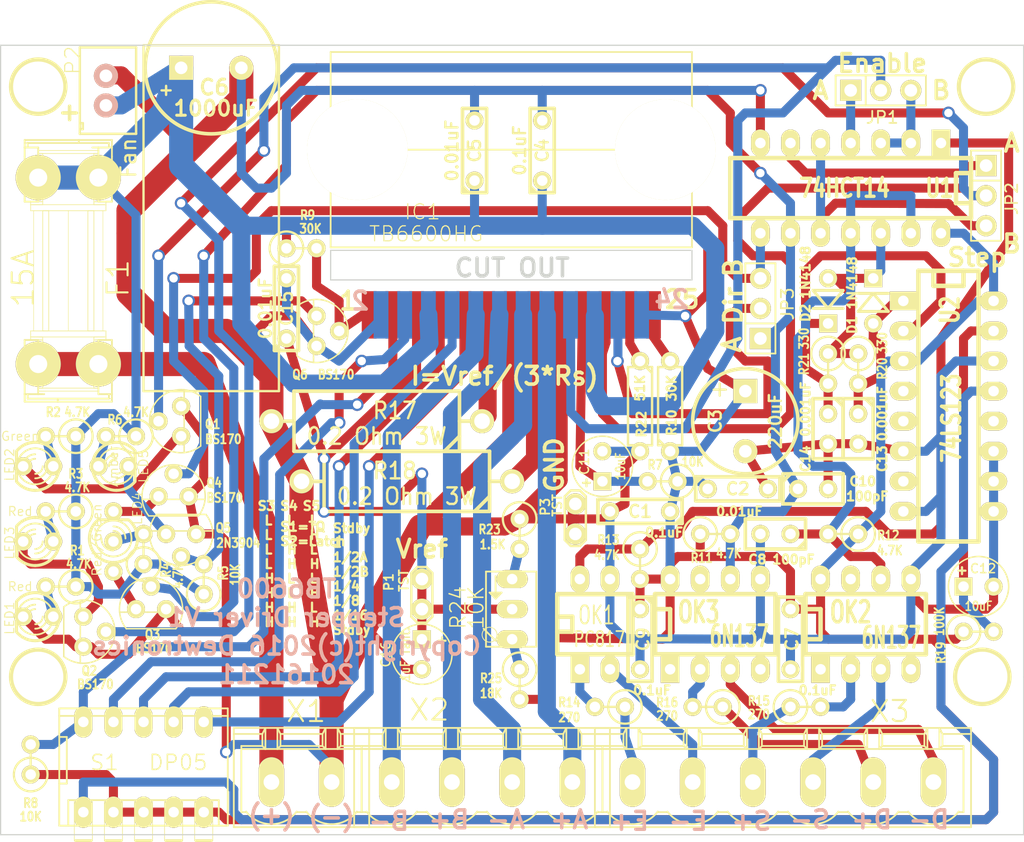
<source format=kicad_pcb>
(kicad_pcb (version 3) (host pcbnew "(2013-jul-07)-stable")
  (layers (15 F.Cu signal) (0 B.Cu signal) (18 B.Paste user) (19 F.Paste user) (20 B.SilkS user) (21 F.SilkS user) (22 B.Mask user) (23 F.Mask user) (28 Edge.Cuts user))
  (net 0 "")
  (net 1 +36V)
  (net 2 /NFA)
  (net 3 /NFB)
  (net 4 /OUT1A)
  (net 5 /OUT1B)
  (net 6 /OUT2A)
  (net 7 /OUT2B)
  (net 8 /VIN)
  (net 9 GND)
  (net 10 N-000001)
  (net 11 N-0000010)
  (net 12 N-0000011)
  (net 13 N-0000012)
  (net 14 N-0000013)
  (net 15 N-0000014)
  (net 16 N-0000015)
  (net 17 N-0000016)
  (net 18 N-0000018)
  (net 19 N-0000019)
  (net 20 N-000002)
  (net 21 N-0000020)
  (net 22 N-0000021)
  (net 23 N-0000022)
  (net 24 N-0000024)
  (net 25 N-0000025)
  (net 26 N-0000027)
  (net 27 N-0000028)
  (net 28 N-0000029)
  (net 29 N-000003)
  (net 30 N-0000037)
  (net 31 N-0000038)
  (net 32 N-0000039)
  (net 33 N-000004)
  (net 34 N-0000040)
  (net 35 N-0000041)
  (net 36 N-0000042)
  (net 37 N-0000043)
  (net 38 N-0000044)
  (net 39 N-0000045)
  (net 40 N-0000046)
  (net 41 N-0000047)
  (net 42 N-0000048)
  (net 43 N-0000049)
  (net 44 N-000005)
  (net 45 N-0000050)
  (net 46 N-0000051)
  (net 47 N-0000052)
  (net 48 N-0000053)
  (net 49 N-0000054)
  (net 50 N-0000055)
  (net 51 N-0000056)
  (net 52 N-0000057)
  (net 53 N-0000058)
  (net 54 N-000006)
  (net 55 N-000007)
  (net 56 N-000008)
  (net 57 N-000009)
  (net 58 VCC)
  (module C1V5 (layer F.Cu) (at 250.19 152.4)
    (fp_text reference C12 (at 0.381 -1.524) (layer F.SilkS) (effects (font (size 0.762 0.762) (thickness 0.127))))
    (fp_text value 10uF (at 0 1.651) (layer F.SilkS) (effects (font (size 0.762 0.635) (thickness 0.127))))
    (fp_text user + (at -1.397 -1.397) (layer F.SilkS) (effects (font (size 0.762 0.762) (thickness 0.2032))))
    (pad 1 thru_hole rect (at -1.27 0) (size 1.524 1.524) (drill 0.889) (layers *.Cu *.Mask F.SilkS) (net 40 N-0000046))
    (pad 2 thru_hole circle (at 1.27 0) (size 1.524 1.524) (drill 0.889) (layers *.Cu *.Mask F.SilkS) (net 9 GND))
  )
  (module C1V5 (layer F.Cu) (at 203.2 158.115 270)
    (fp_text reference C16 (at 0 3.048 270) (layer F.SilkS) (effects (font (size 0.762 0.762) (thickness 0.127))))
    (fp_text value "1uF Tant." (at 0 1.397 270) (layer F.SilkS) (effects (font (size 0.762 0.635) (thickness 0.127))))
    (fp_text user + (at -1.143 -1.651 270) (layer F.SilkS) (effects (font (size 0.762 0.762) (thickness 0.2032))))
    (pad 1 thru_hole rect (at -1.27 0 270) (size 1.524 1.524) (drill 0.889) (layers *.Cu *.Mask F.SilkS) (net 31 N-0000038))
    (pad 2 thru_hole circle (at 1.27 0 270) (size 1.524 1.524) (drill 0.889) (layers *.Cu *.Mask F.SilkS) (net 9 GND))
  )
  (module C1V5 (layer F.Cu) (at 218.44 142.24 90)
    (fp_text reference C11 (at 0.381 -1.524 90) (layer F.SilkS) (effects (font (size 0.762 0.762) (thickness 0.127))))
    (fp_text value 10uF (at 0 1.524 90) (layer F.SilkS) (effects (font (size 0.762 0.635) (thickness 0.127))))
    (fp_text user + (at -1.397 -1.397 90) (layer F.SilkS) (effects (font (size 0.762 0.762) (thickness 0.2032))))
    (pad 1 thru_hole rect (at -1.27 0 90) (size 1.524 1.524) (drill 0.889) (layers *.Cu *.Mask F.SilkS) (net 53 N-0000058))
    (pad 2 thru_hole circle (at 1.27 0 90) (size 1.524 1.524) (drill 0.889) (layers *.Cu *.Mask F.SilkS) (net 9 GND))
  )
  (module con-jst-B2B-XH (layer F.Cu) (at 176.53 111.76 90)
    (fp_text reference P2 (at 3.81 -2.794 90) (layer F.SilkS) (effects (font (size 1.27 1.27) (thickness 0.1016))))
    (fp_text value "JST B2B-XH-A(LF)(SN)" hide)
    (pad 1 thru_hole circle (at 0 0 90) (size 2.032 2.032) (drill 1.0668) (layers *.Cu *.SilkS *.Mask) (net 1 +36V))
    (pad 2 thru_hole circle (at 2.5 0 90) (size 2.032 2.032) (drill 1.0668) (layers *.Cu *.SilkS *.Mask) (net 9 GND))
  )
  (module R1 (layer F.Cu) (at 240.03 133.985 270)
    (fp_text reference R20 (at 0 -2.032 270) (layer F.SilkS) (effects (font (size 0.762 0.635) (thickness 0.15875))))
    (fp_text value 330 (at -2.159 -2.032 270) (layer F.SilkS) (effects (font (size 0.762 0.635) (thickness 0.15875))))
    (pad 1 thru_hole circle (at -1.27 0 270) (size 1.524 1.524) (drill 0.889) (layers *.Cu *.Mask F.SilkS) (net 38 N-0000044))
    (pad 2 thru_hole circle (at 1.27 0 270) (size 1.524 1.524) (drill 0.889) (layers *.Cu *.Mask F.SilkS) (net 36 N-0000042))
  )
  (module R1 (layer F.Cu) (at 237.49 133.985 270)
    (fp_text reference R21 (at -0.381 2.032 270) (layer F.SilkS) (effects (font (size 0.762 0.635) (thickness 0.15875))))
    (fp_text value 330 (at -2.54 2.032 270) (layer F.SilkS) (effects (font (size 0.762 0.635) (thickness 0.15875))))
    (pad 1 thru_hole circle (at -1.27 0 270) (size 1.524 1.524) (drill 0.889) (layers *.Cu *.Mask F.SilkS) (net 38 N-0000044))
    (pad 2 thru_hole circle (at 1.27 0 270) (size 1.524 1.524) (drill 0.889) (layers *.Cu *.Mask F.SilkS) (net 37 N-0000043))
  )
  (module R1 (layer F.Cu) (at 250.19 156.21)
    (fp_text reference R19 (at -3.175 1.778 90) (layer F.SilkS) (effects (font (size 0.762 0.635) (thickness 0.15875))))
    (fp_text value 100K (at -3.302 -0.889 90) (layer F.SilkS) (effects (font (size 0.762 0.635) (thickness 0.15875))))
    (pad 1 thru_hole circle (at -1.27 0) (size 1.524 1.524) (drill 0.889) (layers *.Cu *.Mask F.SilkS) (net 58 VCC))
    (pad 2 thru_hole circle (at 1.27 0) (size 1.524 1.524) (drill 0.889) (layers *.Cu *.Mask F.SilkS) (net 40 N-0000046))
  )
  (module R1 (layer F.Cu) (at 235.585 162.56)
    (fp_text reference R15 (at -3.937 -0.508) (layer F.SilkS) (effects (font (size 0.762 0.635) (thickness 0.15875))))
    (fp_text value 270 (at -3.937 0.635) (layer F.SilkS) (effects (font (size 0.762 0.635) (thickness 0.15875))))
    (pad 1 thru_hole circle (at -1.27 0) (size 1.524 1.524) (drill 0.889) (layers *.Cu *.Mask F.SilkS) (net 55 N-000007))
    (pad 2 thru_hole circle (at 1.27 0) (size 1.524 1.524) (drill 0.889) (layers *.Cu *.Mask F.SilkS) (net 56 N-000008))
  )
  (module R1 (layer F.Cu) (at 227.33 162.56 180)
    (fp_text reference R16 (at 3.429 0.381 180) (layer F.SilkS) (effects (font (size 0.762 0.635) (thickness 0.15875))))
    (fp_text value 270 (at 3.429 -0.762 180) (layer F.SilkS) (effects (font (size 0.762 0.635) (thickness 0.15875))))
    (pad 1 thru_hole circle (at -1.27 0 180) (size 1.524 1.524) (drill 0.889) (layers *.Cu *.Mask F.SilkS) (net 44 N-000005))
    (pad 2 thru_hole circle (at 1.27 0 180) (size 1.524 1.524) (drill 0.889) (layers *.Cu *.Mask F.SilkS) (net 11 N-0000010))
  )
  (module R1 (layer F.Cu) (at 219.075 162.56 180)
    (fp_text reference R14 (at 3.429 0.381 180) (layer F.SilkS) (effects (font (size 0.762 0.635) (thickness 0.15875))))
    (fp_text value 270 (at 3.429 -0.889 180) (layer F.SilkS) (effects (font (size 0.762 0.635) (thickness 0.15875))))
    (pad 1 thru_hole circle (at -1.27 0 180) (size 1.524 1.524) (drill 0.889) (layers *.Cu *.Mask F.SilkS) (net 13 N-0000012))
    (pad 2 thru_hole circle (at 1.27 0 180) (size 1.524 1.524) (drill 0.889) (layers *.Cu *.Mask F.SilkS) (net 54 N-000006))
  )
  (module R1 (layer F.Cu) (at 211.455 147.955 270)
    (fp_text reference R23 (at -0.381 2.54 360) (layer F.SilkS) (effects (font (size 0.762 0.635) (thickness 0.15875))))
    (fp_text value 1.5K (at 0.889 2.286 360) (layer F.SilkS) (effects (font (size 0.762 0.635) (thickness 0.15875))))
    (pad 1 thru_hole circle (at -1.27 0 270) (size 1.524 1.524) (drill 0.889) (layers *.Cu *.Mask F.SilkS) (net 9 GND))
    (pad 2 thru_hole circle (at 1.27 0 270) (size 1.524 1.524) (drill 0.889) (layers *.Cu *.Mask F.SilkS) (net 27 N-0000028))
  )
  (module R1 (layer F.Cu) (at 221.615 150.495 270)
    (fp_text reference R13 (at -2.032 2.667 360) (layer F.SilkS) (effects (font (size 0.762 0.635) (thickness 0.15875))))
    (fp_text value 4.7K (at -0.762 2.794 360) (layer F.SilkS) (effects (font (size 0.762 0.635) (thickness 0.15875))))
    (pad 1 thru_hole circle (at -1.27 0 270) (size 1.524 1.524) (drill 0.889) (layers *.Cu *.Mask F.SilkS) (net 30 N-0000037))
    (pad 2 thru_hole circle (at 1.27 0 270) (size 1.524 1.524) (drill 0.889) (layers *.Cu *.Mask F.SilkS) (net 58 VCC))
  )
  (module R1 (layer F.Cu) (at 238.76 147.955 180)
    (fp_text reference R12 (at -3.81 -0.127 180) (layer F.SilkS) (effects (font (size 0.762 0.635) (thickness 0.15875))))
    (fp_text value 4.7K (at -3.937 -1.397 180) (layer F.SilkS) (effects (font (size 0.762 0.635) (thickness 0.15875))))
    (pad 1 thru_hole circle (at -1.27 0 180) (size 1.524 1.524) (drill 0.889) (layers *.Cu *.Mask F.SilkS) (net 58 VCC))
    (pad 2 thru_hole circle (at 1.27 0 180) (size 1.524 1.524) (drill 0.889) (layers *.Cu *.Mask F.SilkS) (net 43 N-0000049))
  )
  (module R1 (layer F.Cu) (at 227.965 147.955)
    (fp_text reference R11 (at -1.143 2.032) (layer F.SilkS) (effects (font (size 0.762 0.635) (thickness 0.15875))))
    (fp_text value 4.7K (at 1.143 1.651) (layer F.SilkS) (effects (font (size 0.762 0.635) (thickness 0.15875))))
    (pad 1 thru_hole circle (at -1.27 0) (size 1.524 1.524) (drill 0.889) (layers *.Cu *.Mask F.SilkS) (net 58 VCC))
    (pad 2 thru_hole circle (at 1.27 0) (size 1.524 1.524) (drill 0.889) (layers *.Cu *.Mask F.SilkS) (net 46 N-0000051))
  )
  (module R1 (layer F.Cu) (at 223.52 143.51 180)
    (fp_text reference R7 (at 0.635 1.397 180) (layer F.SilkS) (effects (font (size 0.762 0.635) (thickness 0.15875))))
    (fp_text value 10K (at -2.54 1.651 180) (layer F.SilkS) (effects (font (size 0.762 0.635) (thickness 0.15875))))
    (pad 1 thru_hole circle (at -1.27 0 180) (size 1.524 1.524) (drill 0.889) (layers *.Cu *.Mask F.SilkS) (net 58 VCC))
    (pad 2 thru_hole circle (at 1.27 0 180) (size 1.524 1.524) (drill 0.889) (layers *.Cu *.Mask F.SilkS) (net 53 N-0000058))
  )
  (module R1 (layer F.Cu) (at 193.04 123.825)
    (fp_text reference R9 (at 0.508 -2.794) (layer F.SilkS) (effects (font (size 0.762 0.635) (thickness 0.15875))))
    (fp_text value 30K (at 0.762 -1.651) (layer F.SilkS) (effects (font (size 0.762 0.635) (thickness 0.15875))))
    (pad 1 thru_hole circle (at -1.27 0) (size 1.524 1.524) (drill 0.889) (layers *.Cu *.Mask F.SilkS) (net 58 VCC))
    (pad 2 thru_hole circle (at 1.27 0) (size 1.524 1.524) (drill 0.889) (layers *.Cu *.Mask F.SilkS) (net 45 N-0000050))
  )
  (module R1 (layer F.Cu) (at 170.18 167.005 90)
    (fp_text reference R8 (at -3.683 0 180) (layer F.SilkS) (effects (font (size 0.762 0.635) (thickness 0.15875))))
    (fp_text value 10K (at -4.826 0 180) (layer F.SilkS) (effects (font (size 0.762 0.635) (thickness 0.15875))))
    (pad 1 thru_hole circle (at -1.27 0 90) (size 1.524 1.524) (drill 0.889) (layers *.Cu *.Mask F.SilkS) (net 58 VCC))
    (pad 2 thru_hole circle (at 1.27 0 90) (size 1.524 1.524) (drill 0.889) (layers *.Cu *.Mask F.SilkS) (net 42 N-0000048))
  )
  (module R1 (layer F.Cu) (at 177.8 139.7 180)
    (fp_text reference R6 (at 0.508 1.397 180) (layer F.SilkS) (effects (font (size 0.762 0.635) (thickness 0.15875))))
    (fp_text value 4.7K (at -1.27 2.032 180) (layer F.SilkS) (effects (font (size 0.762 0.635) (thickness 0.15875))))
    (pad 1 thru_hole circle (at -1.27 0 180) (size 1.524 1.524) (drill 0.889) (layers *.Cu *.Mask F.SilkS) (net 1 +36V))
    (pad 2 thru_hole circle (at 1.27 0 180) (size 1.524 1.524) (drill 0.889) (layers *.Cu *.Mask F.SilkS) (net 10 N-000001))
  )
  (module R1 (layer F.Cu) (at 184.785 151.765 90)
    (fp_text reference R5 (at 0.508 1.651 90) (layer F.SilkS) (effects (font (size 0.762 0.635) (thickness 0.15875))))
    (fp_text value 10K (at 0.381 2.667 90) (layer F.SilkS) (effects (font (size 0.762 0.635) (thickness 0.15875))))
    (pad 1 thru_hole circle (at -1.27 0 90) (size 1.524 1.524) (drill 0.889) (layers *.Cu *.Mask F.SilkS) (net 1 +36V))
    (pad 2 thru_hole circle (at 1.27 0 90) (size 1.524 1.524) (drill 0.889) (layers *.Cu *.Mask F.SilkS) (net 18 N-0000018))
  )
  (module R1 (layer F.Cu) (at 179.705 149.225 90)
    (fp_text reference R4 (at -1.778 1.905 90) (layer F.SilkS) (effects (font (size 0.762 0.635) (thickness 0.15875))))
    (fp_text value 4.7K (at -2.286 2.921 90) (layer F.SilkS) (effects (font (size 0.762 0.635) (thickness 0.15875))))
    (pad 1 thru_hole circle (at -1.27 0 90) (size 1.524 1.524) (drill 0.889) (layers *.Cu *.Mask F.SilkS) (net 1 +36V))
    (pad 2 thru_hole circle (at 1.27 0 90) (size 1.524 1.524) (drill 0.889) (layers *.Cu *.Mask F.SilkS) (net 48 N-0000053))
  )
  (module R1 (layer F.Cu) (at 172.72 146.05 180)
    (fp_text reference R3 (at -1.27 3.175 180) (layer F.SilkS) (effects (font (size 0.762 0.635) (thickness 0.15875))))
    (fp_text value 4.7K (at -1.397 2.032 180) (layer F.SilkS) (effects (font (size 0.762 0.635) (thickness 0.15875))))
    (pad 1 thru_hole circle (at -1.27 0 180) (size 1.524 1.524) (drill 0.889) (layers *.Cu *.Mask F.SilkS) (net 1 +36V))
    (pad 2 thru_hole circle (at 1.27 0 180) (size 1.524 1.524) (drill 0.889) (layers *.Cu *.Mask F.SilkS) (net 20 N-000002))
  )
  (module R1 (layer F.Cu) (at 172.72 139.7 180)
    (fp_text reference R2 (at 0.635 2.032 180) (layer F.SilkS) (effects (font (size 0.762 0.635) (thickness 0.15875))))
    (fp_text value 4.7K (at -1.397 2.032 180) (layer F.SilkS) (effects (font (size 0.762 0.635) (thickness 0.15875))))
    (pad 1 thru_hole circle (at -1.27 0 180) (size 1.524 1.524) (drill 0.889) (layers *.Cu *.Mask F.SilkS) (net 1 +36V))
    (pad 2 thru_hole circle (at 1.27 0 180) (size 1.524 1.524) (drill 0.889) (layers *.Cu *.Mask F.SilkS) (net 29 N-000003))
  )
  (module R1 (layer F.Cu) (at 172.72 152.4 180)
    (fp_text reference R1 (at -1.397 3.048 180) (layer F.SilkS) (effects (font (size 0.762 0.635) (thickness 0.15875))))
    (fp_text value 4.7K (at -1.524 1.905 180) (layer F.SilkS) (effects (font (size 0.762 0.635) (thickness 0.15875))))
    (pad 1 thru_hole circle (at -1.27 0 180) (size 1.524 1.524) (drill 0.889) (layers *.Cu *.Mask F.SilkS) (net 1 +36V))
    (pad 2 thru_hole circle (at 1.27 0 180) (size 1.524 1.524) (drill 0.889) (layers *.Cu *.Mask F.SilkS) (net 33 N-000004))
  )
  (module pot-B64Y (layer F.Cu) (at 210.82 154.305 270)
    (fp_text reference R24 (at -0.127 4.572 270) (layer F.SilkS) (effects (font (size 1.27 1.27) (thickness 0.127))))
    (fp_text value 10K (at -0.127 3.048 270) (layer F.SilkS) (effects (font (size 1.27 1.27) (thickness 0.127))))
    (pad 3 thru_hole oval (at 2.54 0 90) (size 1.524 2.6416) (drill 0.889) (layers *.Cu *.Mask F.Paste F.SilkS) (net 28 N-0000029))
    (pad 1 thru_hole oval (at -2.54 0 90) (size 1.524 2.6416) (drill 0.889) (layers *.Cu *.Mask F.Paste F.SilkS) (net 27 N-0000028))
    (pad 2 thru_hole oval (at 0 0 90) (size 1.524 2.6416) (drill 0.889) (layers *.Cu *.Mask F.Paste F.SilkS) (net 31 N-0000038))
  )
  (module R1 (layer F.Cu) (at 211.455 160.655 270)
    (fp_text reference R25 (at -0.508 2.413 360) (layer F.SilkS) (effects (font (size 0.762 0.635) (thickness 0.15875))))
    (fp_text value 18K (at 0.762 2.413 360) (layer F.SilkS) (effects (font (size 0.762 0.635) (thickness 0.15875))))
    (pad 1 thru_hole circle (at -1.27 0 270) (size 1.524 1.524) (drill 0.889) (layers *.Cu *.Mask F.SilkS) (net 28 N-0000029))
    (pad 2 thru_hole circle (at 1.27 0 270) (size 1.524 1.524) (drill 0.889) (layers *.Cu *.Mask F.SilkS) (net 58 VCC))
  )
  (module TESTPOINT (layer F.Cu) (at 203.2 153.035 90)
    (fp_text reference P1 (at 1.016 -2.794 90) (layer F.SilkS) (effects (font (size 0.762 0.762) (thickness 0.1524))))
    (fp_text value TST (at 1.143 -1.524 90) (layer F.SilkS) (effects (font (size 0.762 0.762) (thickness 0.1524))))
    (pad 1 thru_hole circle (at -1.27 0 90) (size 1.778 1.778) (drill 1.0668) (layers *.Cu *.Mask F.SilkS) (net 31 N-0000038))
    (pad 1 thru_hole circle (at 1.27 0 90) (size 1.778 1.778) (drill 1.0668) (layers *.Cu *.Mask F.SilkS) (net 31 N-0000038))
  )
  (module switch-dil-DP-05 (layer F.Cu) (at 179.705 167.64)
    (fp_text reference S1 (at -3.302 -0.381) (layer F.SilkS) (effects (font (size 1.27 1.27) (thickness 0.127))))
    (fp_text value DP05 (at 2.921 -0.381) (layer F.SilkS) (effects (font (size 1.27 1.27) (thickness 0.127))))
    (pad 1 thru_hole oval (at -5.08 3.81 180) (size 1.524 2.6416) (drill 0.889) (layers *.Cu *.Mask F.Paste F.SilkS) (net 41 N-0000047))
    (pad 2 thru_hole oval (at -2.54 3.81 180) (size 1.524 2.6416) (drill 0.889) (layers *.Cu *.Mask F.Paste F.SilkS) (net 58 VCC))
    (pad 3 thru_hole oval (at 0 3.81 180) (size 1.524 2.6416) (drill 0.889) (layers *.Cu *.Mask F.Paste F.SilkS) (net 58 VCC))
    (pad 4 thru_hole oval (at 2.54 3.81 180) (size 1.524 2.6416) (drill 0.889) (layers *.Cu *.Mask F.Paste F.SilkS) (net 58 VCC))
    (pad 5 thru_hole oval (at 5.08 3.81 180) (size 1.524 2.6416) (drill 0.889) (layers *.Cu *.Mask F.Paste F.SilkS) (net 58 VCC))
    (pad 6 thru_hole oval (at 5.08 -3.81 180) (size 1.524 2.6416) (drill 0.889) (layers *.Cu *.Mask F.Paste F.SilkS) (net 35 N-0000041))
    (pad 7 thru_hole oval (at 2.54 -3.81 180) (size 1.524 2.6416) (drill 0.889) (layers *.Cu *.Mask F.Paste F.SilkS) (net 15 N-0000014))
    (pad 8 thru_hole oval (at 0 -3.81 180) (size 1.524 2.6416) (drill 0.889) (layers *.Cu *.Mask F.Paste F.SilkS) (net 16 N-0000015))
    (pad 9 thru_hole oval (at -2.54 -3.81 180) (size 1.524 2.6416) (drill 0.889) (layers *.Cu *.Mask F.Paste F.SilkS) (net 17 N-0000016))
    (pad 10 thru_hole oval (at -5.08 -3.81 180) (size 1.524 2.6416) (drill 0.889) (layers *.Cu *.Mask F.Paste F.SilkS) (net 42 N-0000048))
  )
  (module R7 (layer F.Cu) (at 199.39 138.43 180)
    (fp_text reference R17 (at -1.524 0.889 180) (layer F.SilkS) (effects (font (size 1.397 1.27) (thickness 0.2032))))
    (fp_text value "0.2 Ohm 3W" (at 0 -1.27 180) (layer F.SilkS) (effects (font (size 1.397 1.27) (thickness 0.2032))))
    (pad 1 thru_hole circle (at -8.89 0 180) (size 2.032 2.032) (drill 1.3208) (layers *.Cu *.Mask F.SilkS) (net 3 /NFB))
    (pad 2 thru_hole circle (at 8.89 0 180) (size 2.032 2.032) (drill 1.3208) (layers *.Cu *.Mask F.SilkS) (net 9 GND))
  )
  (module R7 (layer F.Cu) (at 201.93 143.51 180)
    (fp_text reference R18 (at 1.016 0.889 180) (layer F.SilkS) (effects (font (size 1.397 1.27) (thickness 0.2032))))
    (fp_text value "0.2 Ohm 3W" (at 0 -1.27 180) (layer F.SilkS) (effects (font (size 1.397 1.27) (thickness 0.2032))))
    (pad 1 thru_hole circle (at -8.89 0 180) (size 2.032 2.032) (drill 1.3208) (layers *.Cu *.Mask F.SilkS) (net 2 /NFA))
    (pad 2 thru_hole circle (at 8.89 0 180) (size 2.032 2.032) (drill 1.3208) (layers *.Cu *.Mask F.SilkS) (net 9 GND))
  )
  (module PIN_ARRAY_3X1 (layer F.Cu) (at 241.935 110.49)
    (fp_text reference JP1 (at 0.127 2.286) (layer F.SilkS) (effects (font (size 1.016 1.016) (thickness 0.1524))))
    (fp_text value JUMPER3 hide)
    (pad 1 thru_hole rect (at -2.54 0) (size 1.778 1.778) (drill 1.0668) (layers *.Cu *.Mask F.SilkS) (net 26 N-0000027))
    (pad 2 thru_hole circle (at 0 0) (size 1.778 1.778) (drill 1.0668) (layers *.Cu *.Mask F.SilkS) (net 32 N-0000039))
    (pad 3 thru_hole circle (at 2.54 0) (size 1.778 1.778) (drill 1.0668) (layers *.Cu *.Mask F.SilkS) (net 34 N-0000040))
  )
  (module LED-3MM (layer F.Cu) (at 170.815 154.94 180)
    (fp_text reference LED1 (at 2.413 -0.127 270) (layer F.SilkS) (effects (font (size 0.762 0.762) (thickness 0.0889))))
    (fp_text value Red (at 1.524 2.54 180) (layer F.SilkS) (effects (font (size 0.762 0.762) (thickness 0.0889))))
    (pad 1 thru_hole circle (at -1.27 0 180) (size 1.524 1.524) (drill 0.889) (layers *.Cu *.Mask F.SilkS) (net 33 N-000004))
    (pad 2 thru_hole circle (at 1.27 0 180) (size 1.524 1.524) (drill 0.889) (layers *.Cu *.Mask F.SilkS) (net 9 GND))
  )
  (module LED-3MM (layer F.Cu) (at 170.815 142.24 180)
    (fp_text reference LED2 (at 2.413 0.127 270) (layer F.SilkS) (effects (font (size 0.762 0.762) (thickness 0.0889))))
    (fp_text value Green (at 1.524 2.54 180) (layer F.SilkS) (effects (font (size 0.762 0.762) (thickness 0.0889))))
    (pad 1 thru_hole circle (at -1.27 0 180) (size 1.524 1.524) (drill 0.889) (layers *.Cu *.Mask F.SilkS) (net 29 N-000003))
    (pad 2 thru_hole circle (at 1.27 0 180) (size 1.524 1.524) (drill 0.889) (layers *.Cu *.Mask F.SilkS) (net 22 N-0000021))
  )
  (module LED-3MM (layer F.Cu) (at 170.815 148.59 180)
    (fp_text reference LED3 (at 2.413 -0.127 270) (layer F.SilkS) (effects (font (size 0.762 0.762) (thickness 0.0889))))
    (fp_text value Red (at 1.524 2.54 180) (layer F.SilkS) (effects (font (size 0.762 0.762) (thickness 0.0889))))
    (pad 1 thru_hole circle (at -1.27 0 180) (size 1.524 1.524) (drill 0.889) (layers *.Cu *.Mask F.SilkS) (net 20 N-000002))
    (pad 2 thru_hole circle (at 1.27 0 180) (size 1.524 1.524) (drill 0.889) (layers *.Cu *.Mask F.SilkS) (net 21 N-0000020))
  )
  (module LED-3MM (layer F.Cu) (at 177.165 142.24)
    (fp_text reference LED5 (at 2.54 0 90) (layer F.SilkS) (effects (font (size 0.762 0.762) (thickness 0.0889))))
    (fp_text value Amber (at 0 0 90) (layer F.SilkS) (effects (font (size 0.762 0.762) (thickness 0.0889))))
    (pad 1 thru_hole circle (at -1.27 0) (size 1.524 1.524) (drill 0.889) (layers *.Cu *.Mask F.SilkS) (net 10 N-000001))
    (pad 2 thru_hole circle (at 1.27 0) (size 1.524 1.524) (drill 0.889) (layers *.Cu *.Mask F.SilkS) (net 19 N-0000019))
  )
  (module fuse-SHK20Q (layer F.Cu) (at 173.355 125.73 270)
    (fp_text reference F1 (at 0.635 -4.191 270) (layer F.SilkS) (effects (font (size 1.778 1.778) (thickness 0.1778))))
    (fp_text value 15A (at 0.635 3.81 270) (layer F.SilkS) (effects (font (size 1.778 1.778) (thickness 0.1778))))
    (pad 1 thru_hole circle (at -7.874 -2.54 270) (size 3.81 3.81) (drill 1.524) (layers *.Cu *.Mask F.Paste F.SilkS) (net 1 +36V))
    (pad 1 thru_hole circle (at -7.874 2.54 270) (size 3.81 3.81) (drill 1.524) (layers *.Cu *.Mask F.Paste F.SilkS) (net 1 +36V))
    (pad 2 thru_hole circle (at 7.874 -2.54 270) (size 3.81 3.81) (drill 1.524) (layers *.Cu *.Mask F.Paste F.SilkS) (net 8 /VIN))
    (pad 2 thru_hole circle (at 7.874 2.54 270) (size 3.81 3.81) (drill 1.524) (layers *.Cu *.Mask F.Paste F.SilkS) (net 8 /VIN))
  )
  (module DIP-8__300_ELL (layer F.Cu) (at 240.665 155.575)
    (fp_text reference OK2 (at -1.27 -1.016) (layer F.SilkS) (effects (font (size 1.778 1.143) (thickness 0.3048))))
    (fp_text value 6N137 (at 2.159 1.143) (layer F.SilkS) (effects (font (size 1.778 1.016) (thickness 0.3048))))
    (pad 1 thru_hole rect (at -3.81 3.81) (size 1.5748 2.286) (drill 0.889) (layers *.Cu *.Mask F.SilkS))
    (pad 2 thru_hole oval (at -1.27 3.81) (size 1.5748 2.286) (drill 0.889) (layers *.Cu *.Mask F.SilkS) (net 56 N-000008))
    (pad 3 thru_hole oval (at 1.27 3.81) (size 1.5748 2.286) (drill 0.889) (layers *.Cu *.Mask F.SilkS) (net 57 N-000009))
    (pad 4 thru_hole oval (at 3.81 3.81) (size 1.5748 2.286) (drill 0.889) (layers *.Cu *.Mask F.SilkS))
    (pad 5 thru_hole oval (at 3.81 -3.81) (size 1.5748 2.286) (drill 0.889) (layers *.Cu *.Mask F.SilkS) (net 9 GND))
    (pad 6 thru_hole oval (at 1.27 -3.81) (size 1.5748 2.286) (drill 0.889) (layers *.Cu *.Mask F.SilkS) (net 43 N-0000049))
    (pad 7 thru_hole oval (at -1.27 -3.81) (size 1.5748 2.286) (drill 0.889) (layers *.Cu *.Mask F.SilkS))
    (pad 8 thru_hole oval (at -3.81 -3.81) (size 1.5748 2.286) (drill 0.889) (layers *.Cu *.Mask F.SilkS) (net 58 VCC))
  )
  (module DIP-8__300_ELL (layer F.Cu) (at 227.965 155.575)
    (fp_text reference OK3 (at -1.397 -1.016) (layer F.SilkS) (effects (font (size 1.778 1.143) (thickness 0.3048))))
    (fp_text value 6N137 (at 2.032 1.016) (layer F.SilkS) (effects (font (size 1.778 1.016) (thickness 0.3048))))
    (pad 1 thru_hole rect (at -3.81 3.81) (size 1.5748 2.286) (drill 0.889) (layers *.Cu *.Mask F.SilkS))
    (pad 2 thru_hole oval (at -1.27 3.81) (size 1.5748 2.286) (drill 0.889) (layers *.Cu *.Mask F.SilkS) (net 11 N-0000010))
    (pad 3 thru_hole oval (at 1.27 3.81) (size 1.5748 2.286) (drill 0.889) (layers *.Cu *.Mask F.SilkS) (net 12 N-0000011))
    (pad 4 thru_hole oval (at 3.81 3.81) (size 1.5748 2.286) (drill 0.889) (layers *.Cu *.Mask F.SilkS))
    (pad 5 thru_hole oval (at 3.81 -3.81) (size 1.5748 2.286) (drill 0.889) (layers *.Cu *.Mask F.SilkS) (net 9 GND))
    (pad 6 thru_hole oval (at 1.27 -3.81) (size 1.5748 2.286) (drill 0.889) (layers *.Cu *.Mask F.SilkS) (net 46 N-0000051))
    (pad 7 thru_hole oval (at -1.27 -3.81) (size 1.5748 2.286) (drill 0.889) (layers *.Cu *.Mask F.SilkS))
    (pad 8 thru_hole oval (at -3.81 -3.81) (size 1.5748 2.286) (drill 0.889) (layers *.Cu *.Mask F.SilkS) (net 58 VCC))
  )
  (module DIP-16__300_ELL (layer F.Cu) (at 247.65 137.16 270)
    (fp_text reference U2 (at -8.128 -0.127 270) (layer F.SilkS) (effects (font (size 1.524 1.143) (thickness 0.3048))))
    (fp_text value 74LS123 (at 1.016 -0.254 270) (layer F.SilkS) (effects (font (size 1.524 1.143) (thickness 0.3048))))
    (pad 1 thru_hole rect (at -8.89 3.81 270) (size 1.5748 2.286) (drill 0.889) (layers *.Cu *.Mask F.SilkS) (net 36 N-0000042))
    (pad 2 thru_hole oval (at -6.35 3.81 270) (size 1.5748 2.286) (drill 0.889) (layers *.Cu *.Mask F.SilkS) (net 37 N-0000043))
    (pad 3 thru_hole oval (at -3.81 3.81 270) (size 1.5748 2.286) (drill 0.889) (layers *.Cu *.Mask F.SilkS) (net 58 VCC))
    (pad 4 thru_hole oval (at -1.27 3.81 270) (size 1.5748 2.286) (drill 0.889) (layers *.Cu *.Mask F.SilkS))
    (pad 5 thru_hole oval (at 1.27 3.81 270) (size 1.5748 2.286) (drill 0.889) (layers *.Cu *.Mask F.SilkS))
    (pad 6 thru_hole oval (at 3.81 3.81 270) (size 1.5748 2.286) (drill 0.889) (layers *.Cu *.Mask F.SilkS) (net 9 GND))
    (pad 7 thru_hole oval (at 6.35 3.81 270) (size 1.5748 2.286) (drill 0.889) (layers *.Cu *.Mask F.SilkS))
    (pad 8 thru_hole oval (at 8.89 3.81 270) (size 1.5748 2.286) (drill 0.889) (layers *.Cu *.Mask F.SilkS) (net 9 GND))
    (pad 9 thru_hole oval (at 8.89 -3.81 270) (size 1.5748 2.286) (drill 0.889) (layers *.Cu *.Mask F.SilkS) (net 9 GND))
    (pad 10 thru_hole oval (at 6.35 -3.81 270) (size 1.5748 2.286) (drill 0.889) (layers *.Cu *.Mask F.SilkS) (net 9 GND))
    (pad 11 thru_hole oval (at 3.81 -3.81 270) (size 1.5748 2.286) (drill 0.889) (layers *.Cu *.Mask F.SilkS) (net 9 GND))
    (pad 12 thru_hole oval (at 1.27 -3.81 270) (size 1.5748 2.286) (drill 0.889) (layers *.Cu *.Mask F.SilkS))
    (pad 13 thru_hole oval (at -1.27 -3.81 270) (size 1.5748 2.286) (drill 0.889) (layers *.Cu *.Mask F.SilkS) (net 41 N-0000047))
    (pad 14 thru_hole oval (at -3.81 -3.81 270) (size 1.5748 2.286) (drill 0.889) (layers *.Cu *.Mask F.SilkS) (net 9 GND))
    (pad 15 thru_hole oval (at -6.35 -3.81 270) (size 1.5748 2.286) (drill 0.889) (layers *.Cu *.Mask F.SilkS) (net 40 N-0000046))
    (pad 16 thru_hole oval (at -8.89 -3.81 270) (size 1.5748 2.286) (drill 0.889) (layers *.Cu *.Mask F.SilkS) (net 58 VCC))
  )
  (module DIP-14__300_ELL (layer F.Cu) (at 239.395 118.745 180)
    (fp_text reference U1 (at -7.493 0 180) (layer F.SilkS) (effects (font (size 1.524 1.143) (thickness 0.3048))))
    (fp_text value 74HCT14 (at 0.508 0 180) (layer F.SilkS) (effects (font (size 1.524 1.143) (thickness 0.3048))))
    (pad 1 thru_hole rect (at -7.62 3.81 180) (size 1.5748 2.286) (drill 0.889) (layers *.Cu *.Mask F.SilkS) (net 30 N-0000037))
    (pad 2 thru_hole oval (at -5.08 3.81 180) (size 1.5748 2.286) (drill 0.889) (layers *.Cu *.Mask F.SilkS) (net 34 N-0000040))
    (pad 3 thru_hole oval (at -2.54 3.81 180) (size 1.5748 2.286) (drill 0.889) (layers *.Cu *.Mask F.SilkS) (net 34 N-0000040))
    (pad 4 thru_hole oval (at 0 3.81 180) (size 1.5748 2.286) (drill 0.889) (layers *.Cu *.Mask F.SilkS) (net 26 N-0000027))
    (pad 5 thru_hole oval (at 2.54 3.81 180) (size 1.5748 2.286) (drill 0.889) (layers *.Cu *.Mask F.SilkS) (net 25 N-0000025))
    (pad 6 thru_hole oval (at 5.08 3.81 180) (size 1.5748 2.286) (drill 0.889) (layers *.Cu *.Mask F.SilkS) (net 24 N-0000024))
    (pad 7 thru_hole oval (at 7.62 3.81 180) (size 1.5748 2.286) (drill 0.889) (layers *.Cu *.Mask F.SilkS) (net 9 GND))
    (pad 8 thru_hole oval (at 7.62 -3.81 180) (size 1.5748 2.286) (drill 0.889) (layers *.Cu *.Mask F.SilkS) (net 51 N-0000056))
    (pad 9 thru_hole oval (at 5.08 -3.81 180) (size 1.5748 2.286) (drill 0.889) (layers *.Cu *.Mask F.SilkS) (net 46 N-0000051))
    (pad 10 thru_hole oval (at 2.54 -3.81 180) (size 1.5748 2.286) (drill 0.889) (layers *.Cu *.Mask F.SilkS) (net 25 N-0000025))
    (pad 11 thru_hole oval (at 0 -3.81 180) (size 1.5748 2.286) (drill 0.889) (layers *.Cu *.Mask F.SilkS) (net 43 N-0000049))
    (pad 12 thru_hole oval (at -2.54 -3.81 180) (size 1.5748 2.286) (drill 0.889) (layers *.Cu *.Mask F.SilkS) (net 38 N-0000044))
    (pad 13 thru_hole oval (at -5.08 -3.81 180) (size 1.5748 2.286) (drill 0.889) (layers *.Cu *.Mask F.SilkS) (net 43 N-0000049))
    (pad 14 thru_hole oval (at -7.62 -3.81 180) (size 1.5748 2.286) (drill 0.889) (layers *.Cu *.Mask F.SilkS) (net 58 VCC))
  )
  (module con-phoenix-508-MSTBV6 (layer F.Cu) (at 233.68 168.91)
    (fp_text reference X3 (at 9.017 -5.969) (layer F.SilkS) (effects (font (size 1.778 1.778) (thickness 0.1778))))
    (fp_text value MSTBV6 hide)
    (pad 1 thru_hole oval (at -12.7 0 180) (size 2.159 4.191) (drill 1.3208) (layers *.Cu *.Mask F.Paste F.SilkS) (net 13 N-0000012))
    (pad 2 thru_hole oval (at -7.62 0 180) (size 2.159 4.191) (drill 1.3208) (layers *.Cu *.Mask F.Paste F.SilkS) (net 14 N-0000013))
    (pad 3 thru_hole oval (at -2.54 0 180) (size 2.159 4.191) (drill 1.3208) (layers *.Cu *.Mask F.Paste F.SilkS) (net 55 N-000007))
    (pad 4 thru_hole oval (at 2.54 0 180) (size 2.159 4.191) (drill 1.3208) (layers *.Cu *.Mask F.Paste F.SilkS) (net 57 N-000009))
    (pad 5 thru_hole oval (at 7.62 0 180) (size 2.159 4.191) (drill 1.3208) (layers *.Cu *.Mask F.Paste F.SilkS) (net 44 N-000005))
    (pad 6 thru_hole oval (at 12.7 0 180) (size 2.159 4.191) (drill 1.3208) (layers *.Cu *.Mask F.Paste F.SilkS) (net 12 N-0000011))
  )
  (module C2V8 (layer F.Cu) (at 230.505 138.43 270)
    (fp_text reference C3 (at 0 2.54 270) (layer F.SilkS) (effects (font (size 1.016 1.016) (thickness 0.2032))))
    (fp_text value 220uF (at 0 -2.54 270) (layer F.SilkS) (effects (font (size 1.016 1.016) (thickness 0.2032))))
    (pad 1 thru_hole rect (at -2.54 0 270) (size 2.032 2.032) (drill 1.0668) (layers *.Cu *.Mask F.SilkS) (net 58 VCC))
    (pad 2 thru_hole circle (at 2.54 0 270) (size 2.032 2.032) (drill 1.0668) (layers *.Cu *.Mask F.SilkS) (net 9 GND))
  )
  (module C2V10 (layer F.Cu) (at 185.42 108.585)
    (fp_text reference C6 (at 0.254 1.651) (layer F.SilkS) (effects (font (size 1.27 1.27) (thickness 0.254))))
    (fp_text value 1000uF (at 0.381 3.429) (layer F.SilkS) (effects (font (size 1.27 1.27) (thickness 0.254))))
    (pad 1 thru_hole rect (at -2.54 0) (size 2.032 2.032) (drill 1.0668) (layers *.Cu *.Mask F.SilkS) (net 1 +36V))
    (pad 2 thru_hole circle (at 2.54 0) (size 2.032 2.032) (drill 1.0668) (layers *.Cu *.Mask F.SilkS) (net 9 GND))
  )
  (module C2 (layer F.Cu) (at 229.87 144.145)
    (fp_text reference C2 (at 0 0) (layer F.SilkS) (effects (font (size 1.016 1.016) (thickness 0.2032))))
    (fp_text value 0.01uF (at 0.127 1.905) (layer F.SilkS) (effects (font (size 0.762 0.762) (thickness 0.1905))))
    (pad 1 thru_hole circle (at -2.54 0) (size 1.524 1.524) (drill 0.889) (layers *.Cu *.Mask F.SilkS) (net 58 VCC))
    (pad 2 thru_hole circle (at 2.54 0) (size 1.524 1.524) (drill 0.889) (layers *.Cu *.Mask F.SilkS) (net 9 GND))
  )
  (module C2 (layer F.Cu) (at 234.315 156.845 270)
    (fp_text reference C7 (at 0 -0.127 270) (layer F.SilkS) (effects (font (size 1.016 1.016) (thickness 0.2032))))
    (fp_text value 0.1uF (at 4.318 -2.286 360) (layer F.SilkS) (effects (font (size 0.762 0.762) (thickness 0.1905))))
    (pad 1 thru_hole circle (at -2.54 0 270) (size 1.524 1.524) (drill 0.889) (layers *.Cu *.Mask F.SilkS) (net 58 VCC))
    (pad 2 thru_hole circle (at 2.54 0 270) (size 1.524 1.524) (drill 0.889) (layers *.Cu *.Mask F.SilkS) (net 9 GND))
  )
  (module C2 (layer F.Cu) (at 221.615 156.845 270)
    (fp_text reference C9 (at 0 -0.254 270) (layer F.SilkS) (effects (font (size 1.016 1.016) (thickness 0.2032))))
    (fp_text value 0.1uF (at 4.318 -1.016 360) (layer F.SilkS) (effects (font (size 0.762 0.762) (thickness 0.1905))))
    (pad 1 thru_hole circle (at -2.54 0 270) (size 1.524 1.524) (drill 0.889) (layers *.Cu *.Mask F.SilkS) (net 58 VCC))
    (pad 2 thru_hole circle (at 2.54 0 270) (size 1.524 1.524) (drill 0.889) (layers *.Cu *.Mask F.SilkS) (net 9 GND))
  )
  (module C2 (layer F.Cu) (at 191.77 128.905 90)
    (fp_text reference C15 (at 0 0 90) (layer F.SilkS) (effects (font (size 1.016 1.016) (thickness 0.2032))))
    (fp_text value 0.01uF (at 0 -1.778 90) (layer F.SilkS) (effects (font (size 1.016 1.016) (thickness 0.2032))))
    (pad 1 thru_hole circle (at -2.54 0 90) (size 1.524 1.524) (drill 0.889) (layers *.Cu *.Mask F.SilkS) (net 31 N-0000038))
    (pad 2 thru_hole circle (at 2.54 0 90) (size 1.524 1.524) (drill 0.889) (layers *.Cu *.Mask F.SilkS) (net 9 GND))
  )
  (module C2 (layer F.Cu) (at 213.36 115.57 90)
    (fp_text reference C4 (at 0 0 90) (layer F.SilkS) (effects (font (size 1.016 1.016) (thickness 0.2032))))
    (fp_text value 0.1uF (at 0 -1.905 90) (layer F.SilkS) (effects (font (size 1.016 1.016) (thickness 0.2032))))
    (pad 1 thru_hole circle (at -2.54 0 90) (size 1.524 1.524) (drill 0.889) (layers *.Cu *.Mask F.SilkS) (net 1 +36V))
    (pad 2 thru_hole circle (at 2.54 0 90) (size 1.524 1.524) (drill 0.889) (layers *.Cu *.Mask F.SilkS) (net 9 GND))
  )
  (module C2 (layer F.Cu) (at 207.645 115.57 90)
    (fp_text reference C5 (at 0 0 90) (layer F.SilkS) (effects (font (size 1.016 1.016) (thickness 0.2032))))
    (fp_text value 0.01uF (at 0 -1.905 90) (layer F.SilkS) (effects (font (size 1.016 1.016) (thickness 0.2032))))
    (pad 1 thru_hole circle (at -2.54 0 90) (size 1.524 1.524) (drill 0.889) (layers *.Cu *.Mask F.SilkS) (net 1 +36V))
    (pad 2 thru_hole circle (at 2.54 0 90) (size 1.524 1.524) (drill 0.889) (layers *.Cu *.Mask F.SilkS) (net 9 GND))
  )
  (module C2 (layer F.Cu) (at 221.615 146.05 180)
    (fp_text reference C1 (at 0 0 180) (layer F.SilkS) (effects (font (size 1.016 1.016) (thickness 0.2032))))
    (fp_text value 0.1uF (at -2.032 -1.778 180) (layer F.SilkS) (effects (font (size 0.762 0.762) (thickness 0.1905))))
    (pad 1 thru_hole circle (at -2.54 0 180) (size 1.524 1.524) (drill 0.889) (layers *.Cu *.Mask F.SilkS) (net 58 VCC))
    (pad 2 thru_hole circle (at 2.54 0 180) (size 1.524 1.524) (drill 0.889) (layers *.Cu *.Mask F.SilkS) (net 9 GND))
  )
  (module C1 (layer F.Cu) (at 240.03 139.065 270)
    (fp_text reference C13 (at 2.54 -2.032 270) (layer F.SilkS) (effects (font (size 0.762 0.762) (thickness 0.1905))))
    (fp_text value 0.001uF (at -1.27 -2.032 270) (layer F.SilkS) (effects (font (size 0.762 0.762) (thickness 0.1905))))
    (pad 1 thru_hole circle (at -1.27 0 270) (size 1.524 1.524) (drill 0.889) (layers *.Cu *.Mask F.SilkS) (net 36 N-0000042))
    (pad 2 thru_hole circle (at 1.27 0 270) (size 1.524 1.524) (drill 0.889) (layers *.Cu *.Mask F.SilkS) (net 9 GND))
  )
  (module C1 (layer F.Cu) (at 233.045 147.955 180)
    (fp_text reference C8 (at 1.524 -2.159 180) (layer F.SilkS) (effects (font (size 0.762 0.762) (thickness 0.1905))))
    (fp_text value 100pF (at -1.524 -2.159 180) (layer F.SilkS) (effects (font (size 0.762 0.762) (thickness 0.1905))))
    (pad 1 thru_hole circle (at -1.27 0 180) (size 1.524 1.524) (drill 0.889) (layers *.Cu *.Mask F.SilkS) (net 43 N-0000049))
    (pad 2 thru_hole circle (at 1.27 0 180) (size 1.524 1.524) (drill 0.889) (layers *.Cu *.Mask F.SilkS) (net 9 GND))
  )
  (module C1 (layer F.Cu) (at 237.49 139.065 270)
    (fp_text reference C14 (at 2.54 1.905 270) (layer F.SilkS) (effects (font (size 0.762 0.762) (thickness 0.1905))))
    (fp_text value 0.001uF (at -1.651 1.905 270) (layer F.SilkS) (effects (font (size 0.762 0.762) (thickness 0.1905))))
    (pad 1 thru_hole circle (at -1.27 0 270) (size 1.524 1.524) (drill 0.889) (layers *.Cu *.Mask F.SilkS) (net 37 N-0000043))
    (pad 2 thru_hole circle (at 1.27 0 270) (size 1.524 1.524) (drill 0.889) (layers *.Cu *.Mask F.SilkS) (net 9 GND))
  )
  (module C1 (layer F.Cu) (at 236.22 144.145)
    (fp_text reference C10 (at 4.191 -0.635) (layer F.SilkS) (effects (font (size 0.762 0.762) (thickness 0.1905))))
    (fp_text value 100pF (at 4.572 0.635) (layer F.SilkS) (effects (font (size 0.762 0.762) (thickness 0.1905))))
    (pad 1 thru_hole circle (at -1.27 0) (size 1.524 1.524) (drill 0.889) (layers *.Cu *.Mask F.SilkS) (net 46 N-0000051))
    (pad 2 thru_hole circle (at 1.27 0) (size 1.524 1.524) (drill 0.889) (layers *.Cu *.Mask F.SilkS) (net 9 GND))
  )
  (module transistor-TO92-E1 (layer F.Cu) (at 182.88 138.43 90)
    (fp_text reference Q1 (at -0.254 2.667 180) (layer F.SilkS) (effects (font (size 0.762 0.635) (thickness 0.15875))))
    (fp_text value BS170 (at -1.524 3.556 180) (layer F.SilkS) (effects (font (size 0.762 0.635) (thickness 0.15875))))
    (pad 1 thru_hole circle (at -1.27 0 90) (size 1.524 1.524) (drill 0.889) (layers *.Cu *.Mask F.Paste F.SilkS) (net 22 N-0000021))
    (pad 2 thru_hole circle (at 0 -1.905 90) (size 1.524 1.524) (drill 0.889) (layers *.Cu *.Mask F.Paste F.SilkS) (net 32 N-0000039))
    (pad 3 thru_hole circle (at 1.27 0 90) (size 1.524 1.524) (drill 0.889) (layers *.Cu *.Mask F.Paste F.SilkS) (net 9 GND))
  )
  (module transistor-TO92-E1 (layer F.Cu) (at 174.625 156.21 270)
    (fp_text reference Q2 (at 3.302 -0.508 360) (layer F.SilkS) (effects (font (size 0.762 0.635) (thickness 0.15875))))
    (fp_text value BS170 (at 4.445 -1.016 360) (layer F.SilkS) (effects (font (size 0.762 0.635) (thickness 0.15875))))
    (pad 1 thru_hole circle (at -1.27 0 270) (size 1.524 1.524) (drill 0.889) (layers *.Cu *.Mask F.Paste F.SilkS) (net 21 N-0000020))
    (pad 2 thru_hole circle (at 0 -1.905 270) (size 1.524 1.524) (drill 0.889) (layers *.Cu *.Mask F.Paste F.SilkS) (net 47 N-0000052))
    (pad 3 thru_hole circle (at 1.27 0 270) (size 1.524 1.524) (drill 0.889) (layers *.Cu *.Mask F.Paste F.SilkS) (net 9 GND))
  )
  (module transistor-TO92-E1 (layer F.Cu) (at 180.34 154.305)
    (fp_text reference Q3 (at 0.127 2.159) (layer F.SilkS) (effects (font (size 0.762 0.635) (thickness 0.15875))))
    (fp_text value BS170 (at 0.254 3.302) (layer F.SilkS) (effects (font (size 0.762 0.635) (thickness 0.15875))))
    (pad 1 thru_hole circle (at -1.27 0) (size 1.524 1.524) (drill 0.889) (layers *.Cu *.Mask F.Paste F.SilkS) (net 50 N-0000055))
    (pad 2 thru_hole circle (at 0 -1.905) (size 1.524 1.524) (drill 0.889) (layers *.Cu *.Mask F.Paste F.SilkS) (net 46 N-0000051))
    (pad 3 thru_hole circle (at 1.27 0) (size 1.524 1.524) (drill 0.889) (layers *.Cu *.Mask F.Paste F.SilkS) (net 9 GND))
  )
  (module transistor-TO92-E1 (layer F.Cu) (at 194.31 130.81 270)
    (fp_text reference Q6 (at 3.683 1.397 360) (layer F.SilkS) (effects (font (size 0.762 0.635) (thickness 0.15875))))
    (fp_text value BS170 (at 3.683 -1.651 360) (layer F.SilkS) (effects (font (size 0.762 0.635) (thickness 0.15875))))
    (pad 1 thru_hole circle (at -1.27 0 270) (size 1.524 1.524) (drill 0.889) (layers *.Cu *.Mask F.Paste F.SilkS) (net 18 N-0000018))
    (pad 2 thru_hole circle (at 0 -1.905 270) (size 1.524 1.524) (drill 0.889) (layers *.Cu *.Mask F.Paste F.SilkS) (net 45 N-0000050))
    (pad 3 thru_hole circle (at 1.27 0 270) (size 1.524 1.524) (drill 0.889) (layers *.Cu *.Mask F.Paste F.SilkS) (net 9 GND))
  )
  (module transistor-TO92-E1 (layer F.Cu) (at 182.245 144.78)
    (fp_text reference Q4 (at 3.429 -1.143) (layer F.SilkS) (effects (font (size 0.762 0.635) (thickness 0.15875))))
    (fp_text value BS170 (at 4.318 0.127) (layer F.SilkS) (effects (font (size 0.762 0.635) (thickness 0.15875))))
    (pad 1 thru_hole circle (at -1.27 0) (size 1.524 1.524) (drill 0.889) (layers *.Cu *.Mask F.Paste F.SilkS) (net 49 N-0000054))
    (pad 2 thru_hole circle (at 0 -1.905) (size 1.524 1.524) (drill 0.889) (layers *.Cu *.Mask F.Paste F.SilkS) (net 51 N-0000056))
    (pad 3 thru_hole circle (at 1.27 0) (size 1.524 1.524) (drill 0.889) (layers *.Cu *.Mask F.Paste F.SilkS) (net 9 GND))
  )
  (module con-phoenix-508-MSTBV2 (layer F.Cu) (at 193.04 168.91)
    (fp_text reference X1 (at 0.381 -5.969) (layer F.SilkS) (effects (font (size 1.778 1.778) (thickness 0.1778))))
    (fp_text value MSTBV2 hide)
    (pad 1 thru_hole oval (at -2.54 0 180) (size 2.159 4.191) (drill 1.3208) (layers *.Cu *.Mask F.Paste F.SilkS) (net 8 /VIN))
    (pad 2 thru_hole oval (at 2.54 0 180) (size 2.159 4.191) (drill 1.3208) (layers *.Cu *.Mask F.Paste F.SilkS) (net 9 GND))
  )
  (module con-phoenix-508-MSTBV4 (layer F.Cu) (at 208.28 168.91)
    (fp_text reference X2 (at -4.445 -6.096) (layer F.SilkS) (effects (font (size 1.778 1.778) (thickness 0.1778))))
    (fp_text value MSTBV4 hide)
    (pad 1 thru_hole oval (at -7.62 0 180) (size 2.159 4.191) (drill 1.3208) (layers *.Cu *.Mask F.Paste F.SilkS) (net 7 /OUT2B))
    (pad 2 thru_hole oval (at -2.54 0 180) (size 2.159 4.191) (drill 1.3208) (layers *.Cu *.Mask F.Paste F.SilkS) (net 5 /OUT1B))
    (pad 3 thru_hole oval (at 2.54 0 180) (size 2.159 4.191) (drill 1.3208) (layers *.Cu *.Mask F.Paste F.SilkS) (net 6 /OUT2A))
    (pad 4 thru_hole oval (at 7.62 0 180) (size 2.159 4.191) (drill 1.3208) (layers *.Cu *.Mask F.Paste F.SilkS) (net 4 /OUT1A))
  )
  (module 1pin (layer F.Cu) (at 170.815 110.1725)
    (fp_text reference 1PIN hide)
    (fp_text value P*** hide)
    (pad "" np_thru_hole circle (at 0 0) (size 4.2418 4.2418) (drill 4.2418) (layers *.Cu *.Mask F.SilkS))
  )
  (module 1pin (layer F.Cu) (at 250.825 110.1725)
    (fp_text reference 1PIN hide)
    (fp_text value P*** hide)
    (pad "" np_thru_hole circle (at 0 0) (size 4.2418 4.2418) (drill 4.2418) (layers *.Cu *.Mask F.SilkS))
  )
  (module toshiba-HZIP25-P-1.00F-SMD (layer F.Cu) (at 210.75 121.25)
    (fp_text reference IC1 (at -7.5 -0.5) (layer F.SilkS) (effects (font (size 1.27 1.27) (thickness 0.1016))))
    (fp_text value TB6600HG (at -7.1882 1.36398) (layer F.SilkS) (effects (font (size 1.27 1.27) (thickness 0.1016))))
    (pad 1 smd rect (at -11.99896 8.19912) (size 1.25 4) (layers F.Cu F.Paste F.Mask) (net 45 N-0000050))
    (pad 2 smd rect (at -10.9982 8.19912) (size 1.25 4) (layers B.Cu B.Paste B.Mask) (net 9 GND))
    (pad 3 smd rect (at -9.99998 8.19912) (size 1.25 4) (layers F.Cu F.Paste F.Mask) (net 42 N-0000048))
    (pad 4 smd rect (at -8.99922 8.19912) (size 1.25 4) (layers B.Cu B.Paste B.Mask) (net 17 N-0000016))
    (pad 5 smd rect (at -7.99846 8.19912) (size 1.25 4) (layers F.Cu F.Paste F.Mask) (net 31 N-0000038))
    (pad 6 smd rect (at -6.9977 8.19912) (size 1.25 4) (layers B.Cu B.Paste B.Mask) (net 1 +36V))
    (pad 7 smd rect (at -5.99948 8.19912) (size 1.25 4) (layers F.Cu F.Paste F.Mask) (net 16 N-0000015))
    (pad 8 smd rect (at -4.99872 8.19912) (size 1.25 4) (layers B.Cu B.Paste B.Mask) (net 15 N-0000014))
    (pad 9 smd rect (at -3.99796 8.19912) (size 1.25 4) (layers F.Cu F.Paste F.Mask) (net 35 N-0000041))
    (pad 10 smd rect (at -2.99974 8.19912) (size 1.25 4) (layers B.Cu B.Paste B.Mask) (net 7 /OUT2B))
    (pad 11 smd rect (at -1.99898 8.19912) (size 1.25 4) (layers F.Cu F.Paste F.Mask) (net 3 /NFB))
    (pad 12 smd rect (at -0.99822 8.19912) (size 1.25 4) (layers B.Cu B.Paste B.Mask) (net 5 /OUT1B))
    (pad 13 smd rect (at 0 8.19912) (size 1.25 4) (layers F.Cu F.Paste F.Mask) (net 9 GND))
    (pad 14 smd rect (at 0.99822 8.19912) (size 1.25 4) (layers B.Cu B.Paste B.Mask) (net 6 /OUT2A))
    (pad 15 smd rect (at 1.99898 8.19912) (size 1.25 4) (layers F.Cu F.Paste F.Mask) (net 2 /NFA))
    (pad 16 smd rect (at 2.99974 8.19912) (size 1.25 4) (layers B.Cu B.Paste B.Mask) (net 4 /OUT1A))
    (pad 17 smd rect (at 3.99796 8.19912) (size 1.25 4) (layers F.Cu F.Paste F.Mask) (net 9 GND))
    (pad 18 smd rect (at 4.99872 8.19912) (size 1.25 4) (layers B.Cu B.Paste B.Mask) (net 32 N-0000039))
    (pad 19 smd rect (at 5.99948 8.19912) (size 1.25 4) (layers F.Cu F.Paste F.Mask) (net 53 N-0000058))
    (pad 20 smd rect (at 6.9977 8.19912) (size 1.25 4) (layers B.Cu B.Paste B.Mask) (net 1 +36V))
    (pad 21 smd rect (at 7.99846 8.19912) (size 1.25 4) (layers F.Cu F.Paste F.Mask) (net 47 N-0000052))
    (pad 22 smd rect (at 8.99922 8.19912) (size 1.25 4) (layers B.Cu B.Paste B.Mask) (net 23 N-0000022))
    (pad 23 smd rect (at 9.99998 8.19912) (size 1.25 4) (layers F.Cu F.Paste F.Mask) (net 52 N-0000057))
    (pad 24 smd rect (at 10.9982 8.19912) (size 1.25 4) (layers B.Cu B.Paste B.Mask) (net 58 VCC))
    (pad 25 smd rect (at 11.99896 8.19912) (size 1.25 4) (layers F.Cu F.Paste F.Mask) (net 39 N-0000045))
    (pad "" np_thru_hole circle (at -13 -5.75) (size 8.5 8.5) (drill 8.5) (layers *.Cu *.Mask F.SilkS))
    (pad "" np_thru_hole circle (at 13 -5.75) (size 8.5 8.5) (drill 8.5) (layers *.Cu *.Mask F.SilkS))
  )
  (module 1pin (layer F.Cu) (at 170.815 160.02)
    (fp_text reference 1PIN hide)
    (fp_text value P*** hide)
    (pad "" np_thru_hole circle (at 0 0) (size 4.2418 4.2418) (drill 4.2418) (layers *.Cu *.Mask F.SilkS))
  )
  (module 1pin (layer F.Cu) (at 250.5075 160.02)
    (fp_text reference 1PIN hide)
    (fp_text value P*** hide)
    (pad "" np_thru_hole circle (at 0 0) (size 4.2418 4.2418) (drill 4.2418) (layers *.Cu *.Mask F.SilkS))
  )
  (module DIP-4__300_ELL (layer F.Cu) (at 216.535 155.575)
    (fp_text reference OK1 (at 1.397 -0.762) (layer F.SilkS) (effects (font (size 1.524 1.016) (thickness 0.1524))))
    (fp_text value PC817 (at 1.651 1.27) (layer F.SilkS) (effects (font (size 1.27 0.889) (thickness 0.1524))))
    (pad 1 thru_hole rect (at 0 3.81) (size 1.5748 2.286) (drill 0.889) (layers *.Cu *.Mask F.SilkS) (net 54 N-000006))
    (pad 2 thru_hole oval (at 2.54 3.81) (size 1.5748 2.286) (drill 0.889) (layers *.Cu *.Mask F.SilkS) (net 14 N-0000013))
    (pad 3 thru_hole oval (at 2.54 -3.81) (size 1.5748 2.286) (drill 0.889) (layers *.Cu *.Mask F.SilkS) (net 9 GND))
    (pad 4 thru_hole oval (at 0 -3.81) (size 1.5748 2.286) (drill 0.889) (layers *.Cu *.Mask F.SilkS) (net 30 N-0000037))
  )
  (module LED-3MM-DUAL-CA (layer F.Cu) (at 177.165 148.59 90)
    (fp_text reference LED4 (at 2.794 2.032 90) (layer F.SilkS) (effects (font (size 0.762 0.762) (thickness 0.0889))))
    (fp_text value Red/Green (at 0.127 -1.397 90) (layer F.SilkS) (effects (font (size 0.762 0.762) (thickness 0.0889))))
    (pad 1 thru_hole circle (at -2.54 0 90) (size 1.524 1.524) (drill 0.889) (layers *.Cu *.Mask F.SilkS) (net 50 N-0000055))
    (pad 2 thru_hole circle (at 0 0 90) (size 1.524 1.524) (drill 0.889) (layers *.Cu *.Mask F.SilkS) (net 48 N-0000053))
    (pad 3 thru_hole circle (at 2.54 0 90) (size 1.524 1.524) (drill 0.889) (layers *.Cu *.Mask F.SilkS) (net 49 N-0000054))
  )
  (module R3 (layer F.Cu) (at 221.615 137.16 270)
    (fp_text reference R22 (at 1.524 -0.127 270) (layer F.SilkS) (effects (font (size 0.762 0.762) (thickness 0.1905))))
    (fp_text value 51K (at -1.524 0 270) (layer F.SilkS) (effects (font (size 0.762 0.762) (thickness 0.1905))))
    (pad 1 thru_hole circle (at -3.81 0 270) (size 1.524 1.524) (drill 0.889) (layers *.Cu *.Mask F.SilkS) (net 52 N-0000057))
    (pad 2 thru_hole circle (at 3.81 0 270) (size 1.524 1.524) (drill 0.889) (layers *.Cu *.Mask F.SilkS) (net 9 GND))
  )
  (module R3 (layer F.Cu) (at 224.155 137.16 90)
    (fp_text reference R10 (at -1.397 0.127 90) (layer F.SilkS) (effects (font (size 0.762 0.762) (thickness 0.1905))))
    (fp_text value 30K (at 1.524 0.127 90) (layer F.SilkS) (effects (font (size 0.762 0.762) (thickness 0.1905))))
    (pad 1 thru_hole circle (at -3.81 0 90) (size 1.524 1.524) (drill 0.889) (layers *.Cu *.Mask F.SilkS) (net 58 VCC))
    (pad 2 thru_hole circle (at 3.81 0 90) (size 1.524 1.524) (drill 0.889) (layers *.Cu *.Mask F.SilkS) (net 39 N-0000045))
  )
  (module D1.5 (layer F.Cu) (at 241.3 130.175 90)
    (fp_text reference D1 (at -0.127 -1.778 90) (layer F.SilkS) (effects (font (size 0.762 0.762) (thickness 0.1905))))
    (fp_text value 1N4148 (at 3.429 -1.778 90) (layer F.SilkS) (effects (font (size 0.762 0.762) (thickness 0.1905))))
    (pad 2 thru_hole rect (at 3.81 0 90) (size 1.524 1.524) (drill 0.889) (layers *.Cu *.Mask F.SilkS) (net 38 N-0000044))
    (pad 1 thru_hole circle (at 0 0 90) (size 1.524 1.524) (drill 0.889) (layers *.Cu *.Mask F.SilkS) (net 36 N-0000042))
  )
  (module D1.5 (layer F.Cu) (at 237.49 126.365 270)
    (fp_text reference D2 (at 2.921 1.905 270) (layer F.SilkS) (effects (font (size 0.762 0.762) (thickness 0.1905))))
    (fp_text value 1N4148 (at -0.508 1.905 270) (layer F.SilkS) (effects (font (size 0.762 0.762) (thickness 0.1905))))
    (pad 2 thru_hole rect (at 3.81 0 270) (size 1.524 1.524) (drill 0.889) (layers *.Cu *.Mask F.SilkS) (net 37 N-0000043))
    (pad 1 thru_hole circle (at 0 0 270) (size 1.524 1.524) (drill 0.889) (layers *.Cu *.Mask F.SilkS) (net 38 N-0000044))
  )
  (module PIN_ARRAY_3X1 (layer F.Cu) (at 250.825 119.38 270)
    (fp_text reference JP2 (at 0.254 -2.159 270) (layer F.SilkS) (effects (font (size 1.016 1.016) (thickness 0.1524))))
    (fp_text value JUMPER3 hide)
    (pad 1 thru_hole rect (at -2.54 0 270) (size 1.778 1.778) (drill 1.0668) (layers *.Cu *.Mask F.SilkS) (net 24 N-0000024))
    (pad 2 thru_hole circle (at 0 0 270) (size 1.778 1.778) (drill 1.0668) (layers *.Cu *.Mask F.SilkS) (net 47 N-0000052))
    (pad 3 thru_hole circle (at 2.54 0 270) (size 1.778 1.778) (drill 1.0668) (layers *.Cu *.Mask F.SilkS) (net 25 N-0000025))
  )
  (module PIN_ARRAY_3X1 (layer F.Cu) (at 231.775 128.905 90)
    (fp_text reference JP3 (at 0.381 2.286 90) (layer F.SilkS) (effects (font (size 1.016 1.016) (thickness 0.1524))))
    (fp_text value JUMPER3 hide)
    (pad 1 thru_hole rect (at -2.54 0 90) (size 1.778 1.778) (drill 1.0668) (layers *.Cu *.Mask F.SilkS) (net 46 N-0000051))
    (pad 2 thru_hole circle (at 0 0 90) (size 1.778 1.778) (drill 1.0668) (layers *.Cu *.Mask F.SilkS) (net 23 N-0000022))
    (pad 3 thru_hole circle (at 2.54 0 90) (size 1.778 1.778) (drill 1.0668) (layers *.Cu *.Mask F.SilkS) (net 51 N-0000056))
  )
  (module transistor-npn-TO92 (layer F.Cu) (at 182.88 147.955 180)
    (fp_text reference Q5 (at -3.556 0.508 180) (layer F.SilkS) (effects (font (size 0.762 0.635) (thickness 0.15875))))
    (fp_text value 2N3904 (at -4.826 -0.762 180) (layer F.SilkS) (effects (font (size 0.762 0.635) (thickness 0.15875))))
    (pad 1 thru_hole circle (at 1.27 0 180) (size 1.524 1.524) (drill 0.889) (layers *.Cu *.Mask F.Paste F.SilkS) (net 19 N-0000019))
    (pad 2 thru_hole circle (at 0 -1.905 180) (size 1.524 1.524) (drill 0.889) (layers *.Cu *.Mask F.Paste F.SilkS) (net 18 N-0000018))
    (pad 3 thru_hole circle (at -1.27 0 180) (size 1.524 1.524) (drill 0.889) (layers *.Cu *.Mask F.Paste F.SilkS) (net 9 GND))
  )
  (module TESTPOINT (layer F.Cu) (at 216.154 146.685 270)
    (fp_text reference P3 (at -1.016 2.54 270) (layer F.SilkS) (effects (font (size 0.762 0.762) (thickness 0.1524))))
    (fp_text value TST (at -1.143 1.524 270) (layer F.SilkS) (effects (font (size 0.762 0.762) (thickness 0.1524))))
    (pad 1 thru_hole circle (at -1.27 0 270) (size 1.778 1.778) (drill 1.0668) (layers *.Cu *.Mask F.SilkS) (net 9 GND))
    (pad 1 thru_hole circle (at 1.27 0 270) (size 1.778 1.778) (drill 1.0668) (layers *.Cu *.Mask F.SilkS) (net 9 GND))
  )
  (gr_text GND (at 214.376 142.113 90) (layer F.SilkS) (effects (font (size 1.5 1.5) (thickness 0.3))))
  (gr_text D- (at 245.999 172.085) (layer B.SilkS) (effects (font (size 1.5 1.5) (thickness 0.3)) (justify mirror)))
  (gr_text D+ (at 241.173 172.085) (layer B.SilkS) (effects (font (size 1.5 1.5) (thickness 0.3)) (justify mirror)))
  (gr_text S- (at 235.966 172.085) (layer B.SilkS) (effects (font (size 1.5 1.5) (thickness 0.3)) (justify mirror)))
  (gr_text S+ (at 231.013 172.212) (layer B.SilkS) (effects (font (size 1.5 1.5) (thickness 0.3)) (justify mirror)))
  (gr_text E- (at 225.679 172.212) (layer B.SilkS) (effects (font (size 1.5 1.5) (thickness 0.3)) (justify mirror)))
  (gr_text E+ (at 220.726 172.212) (layer B.SilkS) (effects (font (size 1.5 1.5) (thickness 0.3)) (justify mirror)))
  (gr_text "(+)" (at 190.5 171.704) (layer B.SilkS) (effects (font (size 1.5 1.5) (thickness 0.3)) (justify mirror)))
  (gr_text "(-)" (at 195.58 171.831) (layer B.SilkS) (effects (font (size 1.5 1.5) (thickness 0.3)) (justify mirror)))
  (gr_text B- (at 200.406 172.212) (layer B.SilkS) (effects (font (size 1.5 1.5) (thickness 0.3)) (justify mirror)))
  (gr_text B+ (at 205.486 172.085) (layer B.SilkS) (effects (font (size 1.5 1.5) (thickness 0.3)) (justify mirror)))
  (gr_text A- (at 210.312 172.085) (layer B.SilkS) (effects (font (size 1.5 1.5) (thickness 0.3)) (justify mirror)))
  (gr_text A+ (at 215.646 172.085) (layer B.SilkS) (effects (font (size 1.5 1.5) (thickness 0.3)) (justify mirror)))
  (gr_text + (at 173.355 112.395 90) (layer F.SilkS) (effects (font (size 1.5 1.5) (thickness 0.3))))
  (gr_text 2 (at 197.993 128.27) (layer B.SilkS) (effects (font (size 1.5 1.5) (thickness 0.3)) (justify mirror)))
  (gr_text 24 (at 224.282 128.143) (layer B.SilkS) (effects (font (size 1.5 1.5) (thickness 0.3)) (justify mirror)))
  (gr_text 25 (at 225.171 128.143) (layer F.SilkS) (effects (font (size 1.5 1.5) (thickness 0.3))))
  (gr_text 1 (at 196.977 128.27) (layer F.SilkS) (effects (font (size 1.5 1.5) (thickness 0.3))))
  (gr_text B (at 229.489 125.476 90) (layer F.SilkS) (effects (font (size 1.5 1.5) (thickness 0.3))))
  (gr_text A (at 229.362 131.953 90) (layer F.SilkS) (effects (font (size 1.5 1.5) (thickness 0.3))))
  (gr_text B (at 252.984 123.444) (layer F.SilkS) (effects (font (size 1.5 1.5) (thickness 0.3))))
  (gr_text A (at 252.984 114.935) (layer F.SilkS) (effects (font (size 1.5 1.5) (thickness 0.3))))
  (gr_text B (at 247.015 110.49) (layer F.SilkS) (effects (font (size 1.5 1.5) (thickness 0.3))))
  (gr_text A (at 236.855 110.49) (layer F.SilkS) (effects (font (size 1.5 1.5) (thickness 0.3))))
  (gr_text Fan (at 178.435 116.205 90) (layer F.SilkS) (effects (font (size 1.27 1.27) (thickness 0.1905))))
  (gr_text "Stdby\n1\n1/2A\n1/2B\n1/4\n1/8\n1/16\nStdby" (at 195.58 151.765) (layer F.SilkS) (effects (font (size 0.762 0.762) (thickness 0.1905)) (justify left)))
  (gr_text "S5\n L\n H\n L\n H\n L\n H\n L\n H" (at 193.04 150.495) (layer F.SilkS) (effects (font (size 0.762 0.762) (thickness 0.1905)) (justify left)))
  (gr_text "S4\n L\n L\n H\n H\n L\n L\n H\n H" (at 191.135 150.495) (layer F.SilkS) (effects (font (size 0.762 0.762) (thickness 0.1905)) (justify left)))
  (gr_text "S3\n L\n L\n L\n L\n H\n H\n H\n H" (at 189.23 150.495) (layer F.SilkS) (effects (font (size 0.762 0.762) (thickness 0.1905)) (justify left)))
  (gr_text "S1=TQ\nS2=Latch" (at 191.135 147.955) (layer F.SilkS) (effects (font (size 0.762 0.762) (thickness 0.1905)) (justify left)))
  (gr_text "I=Vref/(3*Rs)" (at 210.185 134.62) (layer F.SilkS) (effects (font (size 1.5 1.5) (thickness 0.3))))
  (gr_text "TB6600\nStepper Driver V1\nCopyright(c)2016 Dewtronics\n20161211" (at 191.77 156.21) (layer B.SilkS) (effects (font (size 1.5 1.5) (thickness 0.3)) (justify mirror)))
  (gr_line (start 228.346 135.255) (end 228.346 136.271) (angle 90) (layer F.SilkS) (width 0.2))
  (gr_line (start 227.838 135.763) (end 228.854 135.763) (angle 90) (layer F.SilkS) (width 0.2))
  (gr_line (start 181.61 110.109) (end 181.61 110.871) (angle 90) (layer F.SilkS) (width 0.2))
  (gr_line (start 181.229 110.49) (end 181.991 110.49) (angle 90) (layer F.SilkS) (width 0.2))
  (gr_text Step (at 250.063 124.587) (layer F.SilkS) (effects (font (size 1.5 1.5) (thickness 0.3))))
  (gr_text Dir (at 229.489 128.651 90) (layer F.SilkS) (effects (font (size 1.5 1.5) (thickness 0.3))))
  (gr_text Vref (at 203.2 149.225) (layer F.SilkS) (effects (font (size 1.5 1.5) (thickness 0.3))))
  (gr_text Enable (at 242.062 108.204) (layer F.SilkS) (effects (font (size 1.5 1.5) (thickness 0.3))))
  (gr_line (start 191.135 106.68) (end 179.705 106.68) (angle 90) (layer F.SilkS) (width 0.2))
  (gr_line (start 191.135 135.89) (end 191.135 106.68) (angle 90) (layer F.SilkS) (width 0.2))
  (gr_line (start 179.705 135.89) (end 191.135 135.89) (angle 90) (layer F.SilkS) (width 0.2))
  (gr_line (start 179.705 106.68) (end 179.705 135.89) (angle 90) (layer F.SilkS) (width 0.2))
  (gr_text "CUT OUT" (at 210.82 125.476) (layer Edge.Cuts) (effects (font (size 1.5 1.5) (thickness 0.3))))
  (gr_line (start 195.5 124) (end 226 124) (angle 90) (layer Edge.Cuts) (width 0.1))
  (gr_line (start 195.5 126.5) (end 195.5 124) (angle 90) (layer Edge.Cuts) (width 0.1))
  (gr_line (start 226 126.5) (end 195.5 126.5) (angle 90) (layer Edge.Cuts) (width 0.1))
  (gr_line (start 226 124) (end 226 126.5) (angle 90) (layer Edge.Cuts) (width 0.1))
  (gr_line (start 167.64 106.68) (end 167.64 173.355) (angle 90) (layer Edge.Cuts) (width 0.1))
  (gr_line (start 254 106.68) (end 167.64 106.68) (angle 90) (layer Edge.Cuts) (width 0.1))
  (gr_line (start 254 160.02) (end 254 106.68) (angle 90) (layer Edge.Cuts) (width 0.1))
  (gr_line (start 254 173.355) (end 254 160.02) (angle 90) (layer Edge.Cuts) (width 0.1))
  (gr_line (start 167.64 173.355) (end 254 173.355) (angle 90) (layer Edge.Cuts) (width 0.1))
  (segment (start 180.975 150.495) (end 179.705 150.495) (width 0.762) (layer B.Cu) (net 1))
  (segment (start 207.645 121.92) (end 207.645 118.11) (width 0.762) (layer B.Cu) (net 1))
  (segment (start 213.36 121.92) (end 213.36 118.11) (width 0.762) (layer B.Cu) (net 1))
  (segment (start 184.785 153.035) (end 180.975 150.495) (width 0.762) (layer B.Cu) (net 1))
  (segment (start 175.26 152.4) (end 173.99 152.4) (width 0.762) (layer B.Cu) (net 1))
  (segment (start 175.895 153.035) (end 175.26 152.4) (width 0.762) (layer B.Cu) (net 1))
  (segment (start 177.8 153.035) (end 175.895 153.035) (width 0.762) (layer B.Cu) (net 1))
  (segment (start 179.705 150.495) (end 177.8 153.035) (width 0.762) (layer B.Cu) (net 1))
  (segment (start 175.895 117.856) (end 179.07 121.031) (width 0.762) (layer B.Cu) (net 1))
  (segment (start 179.07 121.031) (end 179.07 139.7) (width 0.762) (layer B.Cu) (net 1))
  (segment (start 173.99 139.7) (end 175.895 137.795) (width 0.762) (layer B.Cu) (net 1))
  (segment (start 175.895 137.795) (end 177.165 137.795) (width 0.762) (layer B.Cu) (net 1))
  (segment (start 177.165 137.795) (end 179.07 139.7) (width 0.762) (layer B.Cu) (net 1))
  (segment (start 173.99 146.05) (end 173.99 139.7) (width 0.762) (layer B.Cu) (net 1))
  (segment (start 173.99 152.4) (end 173.99 146.05) (width 0.762) (layer B.Cu) (net 1))
  (segment (start 176.53 111.76) (end 177.8 111.76) (width 1.524) (layer B.Cu) (net 1))
  (segment (start 177.8 111.76) (end 182.88 108.585) (width 1.524) (layer B.Cu) (net 1))
  (segment (start 170.815 117.856) (end 175.895 117.856) (width 2.032) (layer B.Cu) (net 1))
  (segment (start 175.895 117.856) (end 181.356 112.395) (width 2.032) (layer B.Cu) (net 1))
  (segment (start 181.356 112.395) (end 182.88 108.585) (width 2.032) (layer B.Cu) (net 1))
  (segment (start 203.7523 129.44912) (end 203.835 131.826) (width 1.524) (layer B.Cu) (net 1))
  (segment (start 187.96 130.175) (end 187.96 121.92) (width 1.524) (layer B.Cu) (net 1))
  (segment (start 192.405 135.255) (end 187.96 130.175) (width 1.524) (layer B.Cu) (net 1))
  (segment (start 200.025 135.255) (end 192.405 135.255) (width 1.524) (layer B.Cu) (net 1))
  (segment (start 203.835 131.826) (end 200.025 135.255) (width 1.524) (layer B.Cu) (net 1))
  (segment (start 227.965 130.81) (end 227.965 123.825) (width 1.524) (layer B.Cu) (net 1))
  (segment (start 227.965 123.825) (end 226.06 121.92) (width 1.524) (layer B.Cu) (net 1))
  (segment (start 226.06 121.92) (end 213.36 121.92) (width 1.524) (layer B.Cu) (net 1))
  (segment (start 213.36 121.92) (end 207.645 121.92) (width 1.524) (layer B.Cu) (net 1))
  (segment (start 207.645 121.92) (end 187.96 121.92) (width 1.524) (layer B.Cu) (net 1))
  (segment (start 187.96 121.92) (end 182.88 116.84) (width 2.032) (layer B.Cu) (net 1))
  (segment (start 182.88 108.585) (end 182.88 116.84) (width 2.032) (layer B.Cu) (net 1))
  (segment (start 217.805 135.89) (end 217.805 129.54) (width 1.524) (layer B.Cu) (net 1))
  (segment (start 218.44 137.16) (end 224.155 137.16) (width 1.524) (layer B.Cu) (net 1))
  (segment (start 217.805 135.89) (end 218.44 137.16) (width 1.524) (layer B.Cu) (net 1))
  (segment (start 224.155 137.16) (end 227.965 130.81) (width 1.524) (layer B.Cu) (net 1))
  (segment (start 212.74898 129.44912) (end 212.74898 141.58102) (width 1.524) (layer F.Cu) (net 2))
  (segment (start 212.74898 141.58102) (end 210.82 143.51) (width 1.524) (layer F.Cu) (net 2))
  (segment (start 208.75102 129.44912) (end 208.75102 137.95898) (width 1.524) (layer F.Cu) (net 3))
  (segment (start 208.75102 137.95898) (end 208.28 138.43) (width 1.524) (layer F.Cu) (net 3))
  (segment (start 213.74974 129.44912) (end 213.74974 162.94974) (width 1.524) (layer B.Cu) (net 4))
  (segment (start 213.74974 162.94974) (end 215.9 165.1) (width 1.524) (layer B.Cu) (net 4))
  (segment (start 215.9 165.1) (end 215.9 168.91) (width 1.524) (layer B.Cu) (net 4))
  (segment (start 209.75178 129.44912) (end 209.55 133.985) (width 1.524) (layer B.Cu) (net 5))
  (segment (start 205.74 137.795) (end 205.74 168.91) (width 1.524) (layer B.Cu) (net 5))
  (segment (start 209.55 133.985) (end 205.74 137.795) (width 1.524) (layer B.Cu) (net 5))
  (segment (start 211.74822 129.44912) (end 211.74822 138.77178) (width 1.524) (layer B.Cu) (net 6))
  (segment (start 210.82 164.465) (end 210.82 168.91) (width 1.524) (layer B.Cu) (net 6))
  (segment (start 208.28 161.925) (end 210.82 164.465) (width 1.524) (layer B.Cu) (net 6))
  (segment (start 208.28 142.24) (end 208.28 161.925) (width 1.524) (layer B.Cu) (net 6))
  (segment (start 211.74822 138.77178) (end 208.28 142.24) (width 1.524) (layer B.Cu) (net 6))
  (segment (start 207.75026 129.44912) (end 207.645 132.715) (width 1.524) (layer B.Cu) (net 7))
  (segment (start 200.66 139.7) (end 200.66 168.91) (width 1.524) (layer B.Cu) (net 7))
  (segment (start 207.645 132.715) (end 200.66 139.7) (width 1.524) (layer B.Cu) (net 7))
  (segment (start 175.895 133.604) (end 184.785 133.604) (width 2.032) (layer F.Cu) (net 8))
  (segment (start 190.5 148.59) (end 190.5 168.91) (width 2.032) (layer F.Cu) (net 8))
  (segment (start 184.785 133.604) (end 190.5 148.59) (width 2.032) (layer F.Cu) (net 8))
  (segment (start 170.815 133.604) (end 175.895 133.604) (width 2.032) (layer F.Cu) (net 8))
  (segment (start 215.9 146.685) (end 215.9 145.669) (width 0.762) (layer F.Cu) (net 9))
  (segment (start 215.9 145.669) (end 216.154 145.415) (width 0.762) (layer F.Cu) (net 9))
  (segment (start 215.9 146.685) (end 215.9 147.701) (width 0.762) (layer F.Cu) (net 9))
  (segment (start 215.9 147.701) (end 216.154 147.955) (width 0.762) (layer F.Cu) (net 9))
  (segment (start 195.58 168.91) (end 195.58 167.64) (width 0.762) (layer B.Cu) (net 9))
  (segment (start 186.69 166.37) (end 186.69 156.21) (width 0.762) (layer F.Cu) (net 9))
  (via (at 186.69 166.37) (size 1.0668) (layers F.Cu B.Cu) (net 9))
  (segment (start 187.325 165.735) (end 186.69 166.37) (width 0.762) (layer B.Cu) (net 9))
  (segment (start 193.675 165.735) (end 187.325 165.735) (width 0.762) (layer B.Cu) (net 9))
  (segment (start 195.58 167.64) (end 193.675 165.735) (width 0.762) (layer B.Cu) (net 9))
  (segment (start 211.455 146.685) (end 215.9 146.685) (width 0.762) (layer F.Cu) (net 9))
  (segment (start 215.9 146.685) (end 218.44 146.685) (width 0.762) (layer F.Cu) (net 9))
  (segment (start 218.44 146.685) (end 219.075 146.05) (width 0.762) (layer F.Cu) (net 9))
  (segment (start 194.31 132.08) (end 194.31 132.08) (width 0.762) (layer F.Cu) (net 9))
  (segment (start 189.23 130.81) (end 186.69 130.81) (width 0.762) (layer F.Cu) (net 9))
  (segment (start 190.5 129.54) (end 189.23 130.81) (width 0.762) (layer F.Cu) (net 9))
  (segment (start 192.405 129.54) (end 190.5 129.54) (width 0.762) (layer F.Cu) (net 9))
  (segment (start 194.31 132.08) (end 192.405 129.54) (width 0.762) (layer F.Cu) (net 9))
  (segment (start 207.645 110.49) (end 207.645 113.03) (width 0.762) (layer B.Cu) (net 9))
  (segment (start 213.36 110.49) (end 213.36 113.03) (width 0.762) (layer B.Cu) (net 9))
  (segment (start 193.04 110.49) (end 191.77 111.76) (width 0.762) (layer B.Cu) (net 9))
  (segment (start 231.775 110.49) (end 213.36 110.49) (width 0.762) (layer B.Cu) (net 9))
  (segment (start 213.36 110.49) (end 207.645 110.49) (width 0.762) (layer B.Cu) (net 9))
  (segment (start 207.645 110.49) (end 193.04 110.49) (width 0.762) (layer B.Cu) (net 9))
  (via (at 231.775 110.49) (size 1.0668) (layers F.Cu B.Cu) (net 9))
  (segment (start 231.775 114.935) (end 231.775 110.49) (width 0.762) (layer F.Cu) (net 9))
  (segment (start 187.96 117.475) (end 187.96 108.585) (width 0.762) (layer B.Cu) (net 9))
  (segment (start 189.23 118.745) (end 187.96 117.475) (width 0.762) (layer B.Cu) (net 9))
  (segment (start 190.5 118.745) (end 189.23 118.745) (width 0.762) (layer B.Cu) (net 9))
  (segment (start 191.77 117.475) (end 190.5 118.745) (width 0.762) (layer B.Cu) (net 9))
  (segment (start 191.77 111.76) (end 191.77 117.475) (width 0.762) (layer B.Cu) (net 9))
  (segment (start 183.515 144.78) (end 184.785 143.51) (width 0.762) (layer F.Cu) (net 9))
  (segment (start 184.785 139.7) (end 182.88 137.16) (width 0.762) (layer F.Cu) (net 9))
  (segment (start 184.785 143.51) (end 184.785 139.7) (width 0.762) (layer F.Cu) (net 9))
  (segment (start 184.15 147.955) (end 183.515 144.78) (width 0.762) (layer F.Cu) (net 9))
  (segment (start 181.61 154.305) (end 182.88 156.21) (width 0.762) (layer F.Cu) (net 9))
  (segment (start 182.88 156.21) (end 186.69 156.21) (width 0.762) (layer F.Cu) (net 9))
  (segment (start 186.055 147.955) (end 184.15 147.955) (width 0.762) (layer F.Cu) (net 9))
  (segment (start 186.69 156.21) (end 186.69 148.59) (width 0.762) (layer F.Cu) (net 9))
  (segment (start 186.69 148.59) (end 186.055 147.955) (width 0.762) (layer F.Cu) (net 9))
  (segment (start 174.625 157.48) (end 175.26 157.48) (width 0.762) (layer F.Cu) (net 9))
  (segment (start 178.435 158.115) (end 181.61 154.305) (width 0.762) (layer F.Cu) (net 9))
  (segment (start 175.895 158.115) (end 178.435 158.115) (width 0.762) (layer F.Cu) (net 9))
  (segment (start 175.26 157.48) (end 175.895 158.115) (width 0.762) (layer F.Cu) (net 9))
  (segment (start 169.545 154.94) (end 171.45 156.845) (width 0.762) (layer F.Cu) (net 9))
  (segment (start 173.99 157.48) (end 174.625 157.48) (width 0.762) (layer F.Cu) (net 9))
  (segment (start 173.355 156.845) (end 173.99 157.48) (width 0.762) (layer F.Cu) (net 9))
  (segment (start 171.45 156.845) (end 173.355 156.845) (width 0.762) (layer F.Cu) (net 9))
  (segment (start 237.49 144.145) (end 237.49 140.335) (width 0.762) (layer F.Cu) (net 9))
  (segment (start 231.775 147.955) (end 231.775 151.765) (width 0.762) (layer B.Cu) (net 9))
  (segment (start 176.53 109.26) (end 176.57 109.22) (width 1.524) (layer F.Cu) (net 9))
  (segment (start 177.8 109.22) (end 183.8325 115.2525) (width 1.524) (layer F.Cu) (net 9))
  (segment (start 176.57 109.22) (end 177.8 109.22) (width 1.524) (layer F.Cu) (net 9))
  (segment (start 190.5 138.43) (end 190.5 134.62) (width 2.032) (layer F.Cu) (net 9))
  (segment (start 190.5 134.62) (end 186.69 130.81) (width 2.032) (layer F.Cu) (net 9))
  (segment (start 187.96 111.125) (end 187.96 108.585) (width 2.032) (layer F.Cu) (net 9))
  (segment (start 178.435 120.65) (end 183.8325 115.2525) (width 2.032) (layer F.Cu) (net 9))
  (segment (start 186.69 130.81) (end 181.61 130.81) (width 2.032) (layer F.Cu) (net 9))
  (segment (start 181.61 130.81) (end 178.435 127.635) (width 2.032) (layer F.Cu) (net 9))
  (segment (start 178.435 127.635) (end 178.435 122.555) (width 2.032) (layer F.Cu) (net 9))
  (segment (start 178.435 122.555) (end 178.435 120.65) (width 2.032) (layer F.Cu) (net 9))
  (segment (start 183.8325 115.2525) (end 187.96 111.125) (width 2.032) (layer F.Cu) (net 9))
  (segment (start 221.615159 156.806096) (end 221.615159 159.384841) (width 0.762) (layer B.Cu) (net 9))
  (segment (start 221.615159 159.384841) (end 221.615 159.385) (width 0.762) (layer B.Cu) (net 9))
  (segment (start 231.775 156.21) (end 231.14 156.845) (width 0.762) (layer B.Cu) (net 9))
  (segment (start 219.075 155.575) (end 220.345612 156.800911) (width 0.762) (layer B.Cu) (net 9))
  (segment (start 220.345612 156.800911) (end 221.615159 156.806096) (width 0.762) (layer B.Cu) (net 9))
  (segment (start 221.615159 156.806096) (end 231.14 156.845) (width 0.762) (layer B.Cu) (net 9))
  (segment (start 219.075 155.575) (end 219.075 151.765) (width 0.762) (layer B.Cu) (net 9))
  (segment (start 234.315 156.845) (end 234.315 159.385) (width 0.762) (layer B.Cu) (net 9))
  (segment (start 194.31 132.08) (end 191.77 128.905) (width 0.762) (layer B.Cu) (net 9))
  (segment (start 191.77 128.905) (end 191.77 126.365) (width 0.762) (layer B.Cu) (net 9))
  (segment (start 199.7518 129.44912) (end 199.7518 129.8132) (width 0.762) (layer B.Cu) (net 9))
  (segment (start 196.215 133.35) (end 194.31 132.08) (width 0.762) (layer B.Cu) (net 9))
  (segment (start 199.7518 129.8132) (end 196.215 133.35) (width 0.762) (layer B.Cu) (net 9))
  (segment (start 203.2 159.385) (end 201.93 159.385) (width 0.762) (layer F.Cu) (net 9))
  (segment (start 198.415756 155.870756) (end 198.415756 155.870757) (width 0.762) (layer F.Cu) (net 9))
  (segment (start 201.93 159.385) (end 198.415756 155.870756) (width 0.762) (layer F.Cu) (net 9))
  (segment (start 231.775 153.035) (end 231.775 151.765) (width 0.762) (layer B.Cu) (net 9))
  (segment (start 193.04 143.51) (end 190.5 138.43) (width 2.032) (layer F.Cu) (net 9))
  (segment (start 195.58 161.925) (end 193.04 147.32) (width 2.032) (layer F.Cu) (net 9))
  (segment (start 193.04 147.32) (end 193.04 143.51) (width 2.032) (layer F.Cu) (net 9))
  (segment (start 237.49 140.335) (end 230.505 140.97) (width 0.762) (layer F.Cu) (net 9))
  (segment (start 230.505 140.97) (end 232.41 144.145) (width 0.762) (layer F.Cu) (net 9))
  (segment (start 219.075 146.05) (end 220.345 145.415) (width 0.762) (layer F.Cu) (net 9))
  (segment (start 220.345 145.415) (end 220.345 142.24) (width 0.762) (layer F.Cu) (net 9))
  (segment (start 220.345 142.24) (end 221.615 140.97) (width 0.762) (layer F.Cu) (net 9))
  (segment (start 219.075 151.765) (end 219.075 146.685) (width 0.762) (layer B.Cu) (net 9))
  (segment (start 219.075 146.685) (end 219.075 146.05) (width 0.762) (layer B.Cu) (net 9))
  (segment (start 244.475 151.765) (end 244.475 156.21) (width 0.762) (layer B.Cu) (net 9))
  (segment (start 244.475 156.21) (end 243.84 156.845) (width 0.762) (layer B.Cu) (net 9))
  (segment (start 243.84 156.845) (end 234.315 156.845) (width 0.762) (layer B.Cu) (net 9))
  (segment (start 234.315 156.845) (end 232.41 156.845) (width 0.762) (layer B.Cu) (net 9))
  (segment (start 232.41 156.845) (end 231.775 156.21) (width 0.762) (layer B.Cu) (net 9))
  (segment (start 231.775 156.21) (end 231.775 151.765) (width 0.762) (layer B.Cu) (net 9))
  (segment (start 221.615 140.97) (end 221.615 140.97) (width 0.762) (layer B.Cu) (net 9))
  (segment (start 221.615 140.97) (end 218.44 140.97) (width 0.762) (layer B.Cu) (net 9))
  (segment (start 251.46 152.4) (end 251.46 153.67) (width 0.762) (layer F.Cu) (net 9))
  (segment (start 244.475 153.035) (end 244.475 151.765) (width 0.762) (layer F.Cu) (net 9))
  (segment (start 245.745 154.305) (end 244.475 153.035) (width 0.762) (layer F.Cu) (net 9))
  (segment (start 250.825 154.305) (end 245.745 154.305) (width 0.762) (layer F.Cu) (net 9))
  (segment (start 251.46 153.67) (end 250.825 154.305) (width 0.762) (layer F.Cu) (net 9))
  (segment (start 244.475 151.765) (end 244.475 151.13) (width 0.762) (layer B.Cu) (net 9))
  (segment (start 244.475 151.13) (end 247.015 148.59) (width 0.762) (layer B.Cu) (net 9))
  (segment (start 247.015 148.59) (end 247.015 144.78) (width 0.762) (layer B.Cu) (net 9))
  (segment (start 251.46 140.97) (end 251.46 143.51) (width 0.762) (layer B.Cu) (net 9))
  (segment (start 251.46 143.51) (end 251.46 146.05) (width 0.762) (layer B.Cu) (net 9))
  (segment (start 251.46 146.05) (end 251.46 152.4) (width 0.762) (layer B.Cu) (net 9))
  (segment (start 243.84 140.97) (end 240.03 140.335) (width 0.762) (layer F.Cu) (net 9))
  (segment (start 240.03 140.335) (end 237.49 140.335) (width 0.762) (layer F.Cu) (net 9))
  (segment (start 243.84 140.97) (end 245.745 140.97) (width 0.762) (layer B.Cu) (net 9))
  (segment (start 245.745 140.97) (end 247.015 139.7) (width 0.762) (layer B.Cu) (net 9))
  (segment (start 251.46 133.35) (end 248.285 133.35) (width 0.762) (layer B.Cu) (net 9))
  (segment (start 245.745 146.05) (end 243.84 146.05) (width 0.762) (layer B.Cu) (net 9))
  (segment (start 247.015 144.78) (end 245.745 146.05) (width 0.762) (layer B.Cu) (net 9))
  (segment (start 247.015 134.62) (end 247.015 139.7) (width 0.762) (layer B.Cu) (net 9))
  (segment (start 247.015 139.7) (end 247.015 144.78) (width 0.762) (layer B.Cu) (net 9))
  (segment (start 248.285 133.35) (end 247.015 134.62) (width 0.762) (layer B.Cu) (net 9))
  (segment (start 214.74796 129.44912) (end 214.74796 143.39204) (width 1.524) (layer F.Cu) (net 9))
  (segment (start 210.185 147.32) (end 203.073 147.32) (width 1.524) (layer F.Cu) (net 9))
  (segment (start 214.74796 143.39204) (end 211.455 146.685) (width 1.524) (layer F.Cu) (net 9))
  (segment (start 211.455 146.685) (end 210.185 147.32) (width 1.524) (layer F.Cu) (net 9))
  (segment (start 210.75 129.44912) (end 210.75 139.77) (width 1.524) (layer F.Cu) (net 9))
  (segment (start 195.58 161.925) (end 195.58 168.91) (width 2.032) (layer F.Cu) (net 9))
  (segment (start 210.75 139.77) (end 203.073 147.32) (width 1.524) (layer F.Cu) (net 9))
  (segment (start 203.073 147.32) (end 199.0709 154.6209) (width 2.032) (layer F.Cu) (net 9))
  (segment (start 199.0709 154.6209) (end 198.415756 155.870757) (width 2.032) (layer F.Cu) (net 9))
  (segment (start 198.415756 155.870757) (end 195.58 161.925) (width 2.032) (layer F.Cu) (net 9))
  (segment (start 176.53 139.7) (end 175.895 142.24) (width 0.762) (layer B.Cu) (net 10))
  (segment (start 226.06 162.56) (end 226.06 161.29) (width 0.762) (layer B.Cu) (net 11))
  (segment (start 226.695 160.655) (end 226.695 159.385) (width 0.762) (layer B.Cu) (net 11))
  (segment (start 226.06 161.29) (end 226.695 160.655) (width 0.762) (layer B.Cu) (net 11))
  (segment (start 246.38 168.91) (end 246.38 167.005) (width 0.762) (layer F.Cu) (net 12))
  (segment (start 229.235 160.655) (end 229.235 159.385) (width 0.762) (layer F.Cu) (net 12))
  (segment (start 233.045 164.465) (end 229.235 160.655) (width 0.762) (layer F.Cu) (net 12))
  (segment (start 245.11 164.465) (end 233.045 164.465) (width 0.762) (layer F.Cu) (net 12))
  (segment (start 246.38 167.005) (end 245.11 164.465) (width 0.762) (layer F.Cu) (net 12))
  (segment (start 220.98 168.91) (end 220.98 167.005) (width 0.762) (layer B.Cu) (net 13))
  (segment (start 220.345 165.1) (end 220.345 162.56) (width 0.762) (layer B.Cu) (net 13))
  (segment (start 220.98 167.005) (end 220.345 165.1) (width 0.762) (layer B.Cu) (net 13))
  (segment (start 226.06 168.91) (end 226.06 165.735) (width 0.762) (layer B.Cu) (net 14))
  (segment (start 226.06 165.735) (end 219.075 159.385) (width 0.762) (layer B.Cu) (net 14))
  (segment (start 205.75128 129.44912) (end 205.75128 132.06872) (width 0.762) (layer B.Cu) (net 15))
  (segment (start 182.245 162.56) (end 182.245 163.83) (width 0.762) (layer B.Cu) (net 15))
  (segment (start 183.515 161.29) (end 182.245 162.56) (width 0.762) (layer B.Cu) (net 15))
  (segment (start 196.215 161.29) (end 183.515 161.29) (width 0.762) (layer B.Cu) (net 15))
  (segment (start 197.485 160.02) (end 196.215 161.29) (width 0.762) (layer B.Cu) (net 15))
  (segment (start 197.485 140.335) (end 197.485 160.02) (width 0.762) (layer B.Cu) (net 15))
  (segment (start 205.75128 132.06872) (end 197.485 140.335) (width 0.762) (layer B.Cu) (net 15))
  (segment (start 204.75052 129.44912) (end 204.75052 133.70448) (width 0.762) (layer F.Cu) (net 16))
  (segment (start 179.705 161.925) (end 179.705 163.83) (width 0.762) (layer B.Cu) (net 16))
  (segment (start 181.61 160.02) (end 179.705 161.925) (width 0.762) (layer B.Cu) (net 16))
  (segment (start 194.945 160.02) (end 181.61 160.02) (width 0.762) (layer B.Cu) (net 16))
  (segment (start 196.215 158.75) (end 194.945 160.02) (width 0.762) (layer B.Cu) (net 16))
  (segment (start 196.215 142.24) (end 196.215 158.75) (width 0.762) (layer B.Cu) (net 16))
  (via (at 196.215 142.24) (size 1.0668) (layers F.Cu B.Cu) (net 16))
  (segment (start 204.75052 133.70448) (end 196.215 142.24) (width 0.762) (layer F.Cu) (net 16))
  (segment (start 196.215 138.557) (end 196.215 135.255) (width 0.762) (layer F.Cu) (net 17))
  (segment (start 201.75078 131.49722) (end 200.025 133.223) (width 0.762) (layer B.Cu) (net 17))
  (segment (start 200.025 133.223) (end 198.12 133.35) (width 0.762) (layer B.Cu) (net 17))
  (via (at 198.12 133.35) (size 1.0668) (layers F.Cu B.Cu) (net 17))
  (via (at 196.215 138.557) (size 1.0668) (layers F.Cu B.Cu) (net 17))
  (segment (start 201.75078 129.44912) (end 201.75078 131.49722) (width 0.762) (layer B.Cu) (net 17))
  (segment (start 195.58 138.557) (end 191.1985 142.9385) (width 0.762) (layer B.Cu) (net 17))
  (segment (start 177.165 161.925) (end 180.34 158.75) (width 0.762) (layer B.Cu) (net 17))
  (segment (start 180.34 158.75) (end 189.865 158.75) (width 0.762) (layer B.Cu) (net 17))
  (segment (start 189.865 158.75) (end 191.135 157.48) (width 0.762) (layer B.Cu) (net 17))
  (segment (start 191.135 157.48) (end 191.1985 142.9385) (width 0.762) (layer B.Cu) (net 17))
  (segment (start 177.165 161.925) (end 177.165 163.83) (width 0.762) (layer B.Cu) (net 17))
  (segment (start 196.215 138.557) (end 195.58 138.557) (width 0.762) (layer B.Cu) (net 17))
  (segment (start 196.215 135.255) (end 198.12 133.35) (width 0.762) (layer F.Cu) (net 17))
  (segment (start 186.055 148.59) (end 186.055 149.225) (width 0.762) (layer B.Cu) (net 18))
  (segment (start 186.055 149.225) (end 184.785 150.495) (width 0.762) (layer B.Cu) (net 18))
  (via (at 183.515 128.27) (size 1.0668) (layers F.Cu B.Cu) (net 18))
  (segment (start 183.560127 132.083223) (end 183.515 128.27) (width 0.762) (layer B.Cu) (net 18))
  (segment (start 186.055 134.62) (end 183.560127 132.083223) (width 0.762) (layer B.Cu) (net 18))
  (segment (start 186.055 148.59) (end 186.055 134.62) (width 0.762) (layer B.Cu) (net 18))
  (segment (start 193.04 128.27) (end 183.515 128.27) (width 0.762) (layer F.Cu) (net 18))
  (segment (start 194.31 129.54) (end 193.04 128.27) (width 0.762) (layer F.Cu) (net 18))
  (segment (start 182.88 149.86) (end 184.785 150.495) (width 0.762) (layer B.Cu) (net 18))
  (segment (start 181.61 147.955) (end 178.435 144.145) (width 0.762) (layer B.Cu) (net 19))
  (segment (start 178.435 144.145) (end 178.435 142.24) (width 0.762) (layer B.Cu) (net 19))
  (segment (start 171.45 146.05) (end 172.085 148.59) (width 0.762) (layer B.Cu) (net 20))
  (segment (start 174.625 154.94) (end 175.895 153.67) (width 0.762) (layer F.Cu) (net 21))
  (segment (start 175.895 153.67) (end 175.895 152.4) (width 0.762) (layer F.Cu) (net 21))
  (segment (start 169.545 149.86) (end 170.18 150.495) (width 0.762) (layer F.Cu) (net 21))
  (segment (start 170.18 150.495) (end 175.005964 150.508197) (width 0.762) (layer F.Cu) (net 21))
  (segment (start 175.005964 150.508197) (end 175.895 152.4) (width 0.762) (layer F.Cu) (net 21))
  (segment (start 169.545 149.86) (end 169.545 148.59) (width 0.762) (layer F.Cu) (net 21))
  (segment (start 182.88 139.7) (end 182.626 139.7) (width 0.762) (layer F.Cu) (net 22))
  (segment (start 182.626 139.7) (end 178.816 144.145) (width 0.762) (layer F.Cu) (net 22))
  (segment (start 169.545 142.24) (end 171.45 144.145) (width 0.762) (layer F.Cu) (net 22))
  (segment (start 171.45 144.145) (end 178.816 144.145) (width 0.762) (layer F.Cu) (net 22))
  (segment (start 232.41 133.35) (end 230.505 133.35) (width 0.762) (layer F.Cu) (net 23))
  (segment (start 232.41 137.795) (end 232.41 133.35) (width 0.762) (layer F.Cu) (net 23))
  (segment (start 220.98 137.795) (end 232.41 137.795) (width 0.762) (layer F.Cu) (net 23))
  (segment (start 219.74922 133.31078) (end 219.71 133.35) (width 0.762) (layer B.Cu) (net 23))
  (via (at 219.71 133.35) (size 1.0668) (layers F.Cu B.Cu) (net 23))
  (segment (start 219.71 133.35) (end 220.98 137.795) (width 0.762) (layer F.Cu) (net 23))
  (segment (start 219.74922 129.44912) (end 219.74922 133.31078) (width 0.762) (layer B.Cu) (net 23))
  (segment (start 229.87 128.905) (end 231.775 128.905) (width 0.762) (layer F.Cu) (net 23))
  (segment (start 229.235 129.54) (end 229.87 128.905) (width 0.762) (layer F.Cu) (net 23))
  (segment (start 229.235 132.08) (end 229.235 129.54) (width 0.762) (layer F.Cu) (net 23))
  (segment (start 230.505 133.35) (end 229.235 132.08) (width 0.762) (layer F.Cu) (net 23))
  (segment (start 234.315 114.935) (end 234.315 116.205) (width 0.762) (layer F.Cu) (net 24))
  (segment (start 249.555 116.84) (end 250.825 116.84) (width 0.762) (layer F.Cu) (net 24))
  (segment (start 248.92 117.475) (end 249.555 116.84) (width 0.762) (layer F.Cu) (net 24))
  (segment (start 235.585 117.475) (end 248.92 117.475) (width 0.762) (layer F.Cu) (net 24))
  (segment (start 234.315 116.205) (end 235.585 117.475) (width 0.762) (layer F.Cu) (net 24))
  (segment (start 250.825 121.92) (end 249.555 121.92) (width 0.762) (layer F.Cu) (net 25))
  (segment (start 236.855 121.285) (end 236.855 122.555) (width 0.762) (layer F.Cu) (net 25))
  (segment (start 238.124991 120.017326) (end 236.855 121.285) (width 0.762) (layer F.Cu) (net 25))
  (segment (start 247.65219 120.052224) (end 238.124991 120.017326) (width 0.762) (layer F.Cu) (net 25))
  (segment (start 249.555 121.92) (end 247.65219 120.052224) (width 0.762) (layer F.Cu) (net 25))
  (segment (start 236.855 122.555) (end 236.855 114.935) (width 0.762) (layer B.Cu) (net 25))
  (segment (start 239.395 114.935) (end 239.395 110.49) (width 0.762) (layer B.Cu) (net 26))
  (segment (start 211.455 149.225) (end 210.82 151.765) (width 0.762) (layer B.Cu) (net 27))
  (segment (start 210.82 156.845) (end 211.455 159.385) (width 0.762) (layer B.Cu) (net 28))
  (segment (start 171.45 139.7) (end 172.085 142.24) (width 0.762) (layer B.Cu) (net 29))
  (segment (start 242.57 147.955) (end 240.665 146.05) (width 0.762) (layer F.Cu) (net 30))
  (segment (start 221.615 149.225) (end 222.885 147.955) (width 0.762) (layer F.Cu) (net 30))
  (segment (start 226.06 146.05) (end 240.665 146.05) (width 0.762) (layer F.Cu) (net 30))
  (segment (start 226.06 146.05) (end 224.79 147.955) (width 0.762) (layer F.Cu) (net 30))
  (segment (start 224.79 147.955) (end 222.885 147.955) (width 0.762) (layer F.Cu) (net 30))
  (segment (start 242.57 147.955) (end 246.38 147.955) (width 0.762) (layer F.Cu) (net 30))
  (segment (start 246.38 147.955) (end 247.015 147.32) (width 0.762) (layer F.Cu) (net 30))
  (segment (start 247.015 147.32) (end 247.015 131.445) (width 0.762) (layer F.Cu) (net 30))
  (segment (start 247.015 131.445) (end 252.73 123.19) (width 0.762) (layer F.Cu) (net 30))
  (segment (start 252.73 123.19) (end 252.73 114.935) (width 0.762) (layer F.Cu) (net 30))
  (segment (start 252.73 114.935) (end 247.015 114.935) (width 0.762) (layer F.Cu) (net 30))
  (segment (start 221.615 149.225) (end 217.17 149.225) (width 0.762) (layer F.Cu) (net 30))
  (segment (start 217.17 149.225) (end 216.535 149.86) (width 0.762) (layer F.Cu) (net 30))
  (segment (start 216.535 149.86) (end 216.535 151.765) (width 0.762) (layer F.Cu) (net 30))
  (segment (start 203.2 151.765) (end 203.2 142.875) (width 0.762) (layer B.Cu) (net 31))
  (segment (start 194.945 146.05) (end 194.945 141.605) (width 0.762) (layer B.Cu) (net 31))
  (via (at 194.945 146.05) (size 1.0668) (layers F.Cu B.Cu) (net 31))
  (segment (start 200.025 146.05) (end 194.945 146.05) (width 0.762) (layer F.Cu) (net 31))
  (segment (start 203.2 142.875) (end 200.025 146.05) (width 0.762) (layer F.Cu) (net 31))
  (via (at 203.2 142.875) (size 1.0668) (layers F.Cu B.Cu) (net 31))
  (via (at 194.945 141.605) (size 1.0668) (layers F.Cu B.Cu) (net 31))
  (segment (start 203.2 154.305) (end 203.2 151.765) (width 0.762) (layer F.Cu) (net 31))
  (segment (start 203.2 156.845) (end 203.2 154.305) (width 0.762) (layer F.Cu) (net 31))
  (segment (start 210.82 154.305) (end 203.2 154.305) (width 0.762) (layer F.Cu) (net 31))
  (segment (start 202.75154 129.44912) (end 202.75154 134.17154) (width 0.762) (layer F.Cu) (net 31))
  (segment (start 202.75154 134.17154) (end 194.945 141.605) (width 0.762) (layer F.Cu) (net 31))
  (segment (start 194.945 141.605) (end 191.77 131.445) (width 0.762) (layer F.Cu) (net 31))
  (segment (start 189.865 115.57) (end 189.865 111.125) (width 0.762) (layer B.Cu) (net 32))
  (via (at 180.975 124.46) (size 1.0668) (layers F.Cu B.Cu) (net 32))
  (segment (start 180.975 138.43) (end 180.975 124.46) (width 0.762) (layer B.Cu) (net 32))
  (via (at 189.865 115.57) (size 1.0668) (layers F.Cu B.Cu) (net 32))
  (segment (start 180.975 124.46) (end 189.865 115.57) (width 0.762) (layer F.Cu) (net 32))
  (segment (start 192.405 108.585) (end 237.49 108.585) (width 0.762) (layer B.Cu) (net 32))
  (segment (start 189.865 111.125) (end 192.405 108.585) (width 0.762) (layer B.Cu) (net 32))
  (segment (start 229.87 113.03) (end 230.505 112.395) (width 0.762) (layer B.Cu) (net 32))
  (segment (start 241.935 107.95) (end 241.935 110.49) (width 0.762) (layer B.Cu) (net 32))
  (segment (start 238.125 107.95) (end 241.935 107.95) (width 0.762) (layer B.Cu) (net 32))
  (segment (start 233.68 112.395) (end 237.49 108.585) (width 0.762) (layer B.Cu) (net 32))
  (segment (start 237.49 108.585) (end 238.125 107.95) (width 0.762) (layer B.Cu) (net 32))
  (segment (start 230.505 112.395) (end 233.68 112.395) (width 0.762) (layer B.Cu) (net 32))
  (segment (start 215.773 137.668) (end 217.17 139.065) (width 0.762) (layer B.Cu) (net 32))
  (segment (start 217.17 139.065) (end 225.425 139.065) (width 0.762) (layer B.Cu) (net 32))
  (segment (start 225.425 139.065) (end 229.87 131.445) (width 0.762) (layer B.Cu) (net 32))
  (segment (start 215.773 137.668) (end 215.74872 129.44912) (width 0.762) (layer B.Cu) (net 32))
  (segment (start 229.87 113.03) (end 229.87 131.445) (width 0.762) (layer B.Cu) (net 32))
  (segment (start 172.085 154.94) (end 171.45 152.4) (width 0.762) (layer B.Cu) (net 33))
  (segment (start 244.475 114.935) (end 244.475 110.49) (width 0.762) (layer B.Cu) (net 34))
  (segment (start 244.475 114.935) (end 241.935 114.935) (width 0.762) (layer B.Cu) (net 34))
  (segment (start 184.785 163.83) (end 196.215 163.83) (width 0.762) (layer B.Cu) (net 35))
  (segment (start 206.75204 134.24296) (end 206.75204 129.44912) (width 0.762) (layer F.Cu) (net 35))
  (segment (start 198.755 142.24) (end 206.75204 134.24296) (width 0.762) (layer F.Cu) (net 35))
  (via (at 198.755 142.24) (size 1.0668) (layers F.Cu B.Cu) (net 35))
  (segment (start 198.755 161.29) (end 198.755 142.24) (width 0.762) (layer B.Cu) (net 35))
  (segment (start 196.215 163.83) (end 198.755 161.29) (width 0.762) (layer B.Cu) (net 35))
  (segment (start 240.03 135.255) (end 240.03 137.795) (width 0.762) (layer F.Cu) (net 36))
  (segment (start 241.3 130.175) (end 243.205 128.27) (width 0.762) (layer F.Cu) (net 36))
  (segment (start 243.205 128.27) (end 243.84 128.27) (width 0.762) (layer F.Cu) (net 36))
  (segment (start 240.03 135.255) (end 240.665 135.255) (width 0.762) (layer F.Cu) (net 36))
  (segment (start 241.3 131.445) (end 241.3 130.175) (width 0.762) (layer F.Cu) (net 36))
  (segment (start 241.935 132.08) (end 241.3 131.445) (width 0.762) (layer F.Cu) (net 36))
  (segment (start 241.935 134.62) (end 241.935 132.08) (width 0.762) (layer F.Cu) (net 36))
  (segment (start 240.665 135.255) (end 241.935 134.62) (width 0.762) (layer F.Cu) (net 36))
  (segment (start 237.49 137.795) (end 237.49 135.255) (width 0.762) (layer F.Cu) (net 37))
  (segment (start 235.585 130.175) (end 237.49 130.175) (width 0.762) (layer F.Cu) (net 37))
  (segment (start 243.84 130.81) (end 244.475 130.81) (width 0.762) (layer F.Cu) (net 37))
  (segment (start 235.585 133.985) (end 237.49 135.255) (width 0.762) (layer F.Cu) (net 37))
  (segment (start 235.585 125.73) (end 235.585 130.175) (width 0.762) (layer F.Cu) (net 37))
  (segment (start 235.585 130.175) (end 235.585 133.985) (width 0.762) (layer F.Cu) (net 37))
  (segment (start 236.855 124.46) (end 235.585 125.73) (width 0.762) (layer F.Cu) (net 37))
  (segment (start 245.745 124.46) (end 236.855 124.46) (width 0.762) (layer F.Cu) (net 37))
  (segment (start 247.015 125.73) (end 245.745 124.46) (width 0.762) (layer F.Cu) (net 37))
  (segment (start 247.015 128.27) (end 247.015 125.73) (width 0.762) (layer F.Cu) (net 37))
  (segment (start 244.475 130.81) (end 247.015 128.27) (width 0.762) (layer F.Cu) (net 37))
  (segment (start 241.3 126.365) (end 241.935 125.73) (width 0.762) (layer B.Cu) (net 38))
  (segment (start 241.935 125.73) (end 241.935 122.555) (width 0.762) (layer B.Cu) (net 38))
  (segment (start 237.49 132.715) (end 239.395 130.81) (width 0.762) (layer F.Cu) (net 38))
  (segment (start 238.125 126.365) (end 237.49 126.365) (width 0.762) (layer F.Cu) (net 38))
  (segment (start 239.395 127.635) (end 238.125 126.365) (width 0.762) (layer F.Cu) (net 38))
  (segment (start 239.395 130.81) (end 239.395 127.635) (width 0.762) (layer F.Cu) (net 38))
  (segment (start 237.49 132.715) (end 240.03 132.715) (width 0.762) (layer F.Cu) (net 38))
  (segment (start 241.3 126.365) (end 237.49 126.365) (width 0.762) (layer F.Cu) (net 38))
  (segment (start 222.74896 129.44912) (end 222.74896 131.30896) (width 0.762) (layer F.Cu) (net 39))
  (segment (start 222.74896 131.30896) (end 224.155 133.35) (width 0.762) (layer F.Cu) (net 39))
  (segment (start 251.46 156.21) (end 248.92 153.67) (width 0.762) (layer B.Cu) (net 40))
  (segment (start 248.92 153.67) (end 248.92 152.4) (width 0.762) (layer B.Cu) (net 40))
  (segment (start 248.92 150.495) (end 248.92 131.445) (width 0.762) (layer F.Cu) (net 40))
  (segment (start 248.92 152.4) (end 248.92 150.495) (width 0.762) (layer F.Cu) (net 40))
  (segment (start 249.555 130.81) (end 251.46 130.81) (width 0.762) (layer F.Cu) (net 40))
  (segment (start 248.92 131.445) (end 249.555 130.81) (width 0.762) (layer F.Cu) (net 40))
  (segment (start 174.625 171.45) (end 174.625 168.91) (width 0.762) (layer B.Cu) (net 41))
  (segment (start 249.555 135.89) (end 251.46 135.89) (width 0.762) (layer B.Cu) (net 41))
  (segment (start 248.92 136.525) (end 249.555 135.89) (width 0.762) (layer B.Cu) (net 41))
  (segment (start 247.015 162.56) (end 247.015 151.13) (width 0.762) (layer B.Cu) (net 41))
  (segment (start 247.015 151.13) (end 248.92 149.225) (width 0.762) (layer B.Cu) (net 41))
  (segment (start 248.92 149.225) (end 248.92 136.525) (width 0.762) (layer B.Cu) (net 41))
  (segment (start 251.46 167.005) (end 247.015 162.56) (width 0.762) (layer B.Cu) (net 41))
  (segment (start 251.46 171.45) (end 251.46 167.005) (width 0.762) (layer B.Cu) (net 41))
  (segment (start 250.825 172.085) (end 251.46 171.45) (width 0.762) (layer B.Cu) (net 41))
  (segment (start 187.96 172.085) (end 250.825 172.085) (width 0.762) (layer B.Cu) (net 41))
  (segment (start 187.325 171.45) (end 187.96 172.085) (width 0.762) (layer B.Cu) (net 41))
  (segment (start 187.325 169.545) (end 187.325 171.45) (width 0.762) (layer B.Cu) (net 41))
  (segment (start 186.69 168.91) (end 187.325 169.545) (width 0.762) (layer B.Cu) (net 41))
  (segment (start 174.625 168.91) (end 186.69 168.91) (width 0.762) (layer B.Cu) (net 41))
  (segment (start 170.18 165.735) (end 172.085 165.735) (width 0.762) (layer B.Cu) (net 42))
  (segment (start 172.085 165.735) (end 174.625 163.83) (width 0.762) (layer B.Cu) (net 42))
  (segment (start 194.561012 137.032965) (end 197.738965 137.032965) (width 0.762) (layer B.Cu) (net 42))
  (segment (start 200.75002 134.02198) (end 200.75002 129.44912) (width 0.762) (layer F.Cu) (net 42))
  (segment (start 197.739 137.033) (end 200.75002 134.02198) (width 0.762) (layer F.Cu) (net 42))
  (via (at 197.739 137.033) (size 1.0668) (layers F.Cu B.Cu) (net 42))
  (segment (start 197.738965 137.032965) (end 197.739 137.033) (width 0.762) (layer B.Cu) (net 42))
  (segment (start 174.625 163.83) (end 174.625 161.29) (width 0.762) (layer B.Cu) (net 42))
  (segment (start 189.865 141.605) (end 194.561012 137.032965) (width 0.762) (layer B.Cu) (net 42))
  (segment (start 194.561012 137.032965) (end 194.626006 136.969482) (width 0.762) (layer B.Cu) (net 42))
  (segment (start 189.865 156.21) (end 189.865 141.605) (width 0.762) (layer B.Cu) (net 42))
  (segment (start 188.595 157.48) (end 189.865 156.21) (width 0.762) (layer B.Cu) (net 42))
  (segment (start 179.07 157.48) (end 188.595 157.48) (width 0.762) (layer B.Cu) (net 42))
  (segment (start 174.625 161.29) (end 179.07 157.48) (width 0.762) (layer B.Cu) (net 42))
  (segment (start 236.22 142.24) (end 238.76 142.24) (width 0.762) (layer B.Cu) (net 43))
  (segment (start 235.585 130.81) (end 235.585 128.905) (width 0.762) (layer B.Cu) (net 43))
  (segment (start 239.395 122.555) (end 239.395 127.635) (width 0.762) (layer B.Cu) (net 43))
  (segment (start 236.22 142.24) (end 234.95 140.97) (width 0.762) (layer B.Cu) (net 43))
  (segment (start 234.95 140.97) (end 234.95 131.445) (width 0.762) (layer B.Cu) (net 43))
  (segment (start 234.95 131.445) (end 235.585 130.81) (width 0.762) (layer B.Cu) (net 43))
  (segment (start 238.76 128.27) (end 239.395 127.635) (width 0.762) (layer B.Cu) (net 43))
  (segment (start 236.22 128.27) (end 238.76 128.27) (width 0.762) (layer B.Cu) (net 43))
  (segment (start 235.585 128.905) (end 236.22 128.27) (width 0.762) (layer B.Cu) (net 43))
  (segment (start 239.395 145.415) (end 237.49 147.955) (width 0.762) (layer B.Cu) (net 43))
  (segment (start 239.395 142.875) (end 239.395 145.415) (width 0.762) (layer B.Cu) (net 43))
  (segment (start 238.76 142.24) (end 239.395 142.875) (width 0.762) (layer B.Cu) (net 43))
  (segment (start 234.315 147.955) (end 237.49 147.955) (width 0.762) (layer F.Cu) (net 43))
  (segment (start 241.935 151.765) (end 241.935 150.495) (width 0.762) (layer F.Cu) (net 43))
  (segment (start 241.935 150.495) (end 241.3 149.86) (width 0.762) (layer F.Cu) (net 43))
  (segment (start 241.3 149.86) (end 239.395 149.86) (width 0.762) (layer F.Cu) (net 43))
  (segment (start 239.395 149.86) (end 237.49 147.955) (width 0.762) (layer F.Cu) (net 43))
  (segment (start 239.395 122.555) (end 239.395 119.38) (width 0.762) (layer B.Cu) (net 43))
  (segment (start 244.475 119.38) (end 244.475 122.555) (width 0.762) (layer B.Cu) (net 43))
  (segment (start 239.395 119.38) (end 244.475 119.38) (width 0.762) (layer B.Cu) (net 43))
  (segment (start 241.3 168.91) (end 240.03 165.735) (width 0.762) (layer F.Cu) (net 44))
  (segment (start 231.775 165.735) (end 228.6 162.56) (width 0.762) (layer F.Cu) (net 44))
  (segment (start 240.03 165.735) (end 231.775 165.735) (width 0.762) (layer F.Cu) (net 44))
  (segment (start 196.215 128.27) (end 196.215 130.81) (width 0.762) (layer F.Cu) (net 45))
  (segment (start 194.31 127) (end 196.215 128.27) (width 0.762) (layer F.Cu) (net 45))
  (segment (start 194.31 123.825) (end 194.31 127) (width 0.762) (layer F.Cu) (net 45))
  (segment (start 196.215 130.81) (end 198.21088 129.44912) (width 0.762) (layer F.Cu) (net 45))
  (segment (start 198.21088 129.44912) (end 198.75104 129.44912) (width 0.762) (layer F.Cu) (net 45))
  (segment (start 180.34 152.4) (end 182.118 152.654) (width 0.762) (layer B.Cu) (net 46))
  (segment (start 184.785 124.46) (end 191.77 116.84) (width 0.762) (layer F.Cu) (net 46))
  (segment (start 191.77 116.84) (end 191.77 113.03) (width 0.762) (layer F.Cu) (net 46))
  (segment (start 191.77 113.03) (end 194.31 110.49) (width 0.762) (layer F.Cu) (net 46))
  (segment (start 194.31 110.49) (end 227.33 110.49) (width 0.762) (layer F.Cu) (net 46))
  (segment (start 227.33 110.49) (end 229.235 112.395) (width 0.762) (layer F.Cu) (net 46))
  (segment (start 229.235 112.395) (end 229.235 114.935) (width 0.762) (layer F.Cu) (net 46))
  (segment (start 229.235 114.935) (end 231.775 117.475) (width 0.762) (layer F.Cu) (net 46))
  (via (at 231.775 117.475) (size 1.0668) (layers F.Cu B.Cu) (net 46))
  (segment (start 231.775 117.475) (end 234.315 120.015) (width 0.762) (layer B.Cu) (net 46))
  (segment (start 234.315 120.015) (end 234.315 122.555) (width 0.762) (layer B.Cu) (net 46))
  (segment (start 184.785 131.445) (end 184.785 124.46) (width 0.762) (layer B.Cu) (net 46))
  (segment (start 187.325 133.985) (end 184.785 131.445) (width 0.762) (layer B.Cu) (net 46))
  (segment (start 187.325 153.67) (end 187.325 133.985) (width 0.762) (layer B.Cu) (net 46))
  (segment (start 186.055 154.94) (end 187.325 153.67) (width 0.762) (layer B.Cu) (net 46))
  (via (at 184.785 124.46) (size 1.0668) (layers F.Cu B.Cu) (net 46))
  (segment (start 184.15 154.94) (end 186.055 154.94) (width 0.762) (layer B.Cu) (net 46))
  (segment (start 182.118 152.654) (end 184.15 154.94) (width 0.762) (layer B.Cu) (net 46))
  (segment (start 230.505 146.05) (end 233.68 146.05) (width 0.762) (layer B.Cu) (net 46))
  (segment (start 229.235 147.955) (end 230.505 146.05) (width 0.762) (layer B.Cu) (net 46))
  (segment (start 233.68 146.05) (end 234.95 144.145) (width 0.762) (layer B.Cu) (net 46))
  (segment (start 233.045 140.97) (end 233.045 130.81) (width 0.762) (layer B.Cu) (net 46))
  (segment (start 234.95 144.145) (end 233.045 140.97) (width 0.762) (layer B.Cu) (net 46))
  (segment (start 231.775 131.445) (end 233.045 130.81) (width 0.762) (layer B.Cu) (net 46))
  (segment (start 233.045 130.81) (end 234.315 129.54) (width 0.762) (layer B.Cu) (net 46))
  (segment (start 234.315 129.54) (end 234.315 122.555) (width 0.762) (layer B.Cu) (net 46))
  (segment (start 229.235 151.765) (end 229.235 147.955) (width 0.762) (layer B.Cu) (net 46))
  (segment (start 237.49 112.395) (end 247.65 112.395) (width 0.762) (layer F.Cu) (net 47))
  (segment (start 186.055 123.19) (end 182.88 120.015) (width 0.762) (layer B.Cu) (net 47))
  (segment (start 188.595 154.94) (end 188.595 133.35) (width 0.762) (layer B.Cu) (net 47))
  (segment (start 176.53 156.21) (end 187.325 156.21) (width 0.762) (layer B.Cu) (net 47))
  (segment (start 187.325 156.21) (end 188.595 154.94) (width 0.762) (layer B.Cu) (net 47))
  (segment (start 188.595 133.35) (end 186.055 130.81) (width 0.762) (layer B.Cu) (net 47))
  (segment (start 186.055 123.19) (end 186.055 130.81) (width 0.762) (layer B.Cu) (net 47))
  (segment (start 249.555 119.38) (end 250.825 119.38) (width 0.762) (layer B.Cu) (net 47))
  (segment (start 248.92 118.745) (end 249.555 119.38) (width 0.762) (layer B.Cu) (net 47))
  (segment (start 248.92 113.665) (end 248.92 118.745) (width 0.762) (layer B.Cu) (net 47))
  (segment (start 247.65 112.395) (end 248.92 113.665) (width 0.762) (layer B.Cu) (net 47))
  (segment (start 233.68 108.585) (end 237.49 112.395) (width 0.762) (layer F.Cu) (net 47))
  (segment (start 194.31 108.585) (end 233.68 108.585) (width 0.762) (layer F.Cu) (net 47))
  (segment (start 182.88 120.015) (end 194.31 108.585) (width 0.762) (layer F.Cu) (net 47))
  (via (at 182.88 120.015) (size 1.0668) (layers F.Cu B.Cu) (net 47))
  (via (at 247.65 112.395) (size 1.0668) (layers F.Cu B.Cu) (net 47))
  (segment (start 250.825 119.38) (end 249.555 119.38) (width 0.762) (layer F.Cu) (net 47))
  (segment (start 248.92 118.745) (end 232.41 118.745) (width 0.762) (layer F.Cu) (net 47))
  (segment (start 249.555 119.38) (end 248.92 118.745) (width 0.762) (layer F.Cu) (net 47))
  (segment (start 233.68 124.46) (end 231.14 124.46) (width 0.762) (layer F.Cu) (net 47))
  (segment (start 234.315 125.095) (end 233.68 124.46) (width 0.762) (layer F.Cu) (net 47))
  (segment (start 229.87 121.285) (end 232.41 118.745) (width 0.762) (layer F.Cu) (net 47))
  (segment (start 229.87 123.19) (end 229.87 121.285) (width 0.762) (layer F.Cu) (net 47))
  (segment (start 231.14 124.46) (end 229.87 123.19) (width 0.762) (layer F.Cu) (net 47))
  (segment (start 219.71 139.065) (end 233.045 139.065) (width 0.762) (layer F.Cu) (net 47))
  (segment (start 218.44 137.795) (end 219.71 139.065) (width 0.762) (layer F.Cu) (net 47))
  (segment (start 234.315 137.795) (end 234.315 125.095) (width 0.762) (layer F.Cu) (net 47))
  (segment (start 233.045 139.065) (end 234.315 137.795) (width 0.762) (layer F.Cu) (net 47))
  (segment (start 234.315 125.095) (end 234.315 125.095) (width 0.762) (layer F.Cu) (net 47))
  (segment (start 234.315 125.095) (end 234.315 125.095) (width 0.762) (layer F.Cu) (net 47))
  (segment (start 234.315 125.095) (end 234.315 125.095) (width 0.762) (layer F.Cu) (net 47))
  (segment (start 218.44 132.715) (end 218.44 137.795) (width 0.762) (layer F.Cu) (net 47))
  (segment (start 218.74846 129.44912) (end 218.74846 131.77154) (width 0.762) (layer F.Cu) (net 47))
  (segment (start 218.74846 131.77154) (end 218.44 132.715) (width 0.762) (layer F.Cu) (net 47))
  (segment (start 177.165 148.59) (end 179.705 147.955) (width 0.762) (layer B.Cu) (net 48))
  (segment (start 177.165 146.05) (end 179.705 146.05) (width 0.762) (layer F.Cu) (net 49))
  (segment (start 179.705 146.05) (end 180.975 144.78) (width 0.762) (layer F.Cu) (net 49))
  (segment (start 179.07 154.305) (end 177.165 151.13) (width 0.762) (layer F.Cu) (net 50))
  (segment (start 231.775 126.365) (end 229.87 126.365) (width 0.762) (layer F.Cu) (net 51))
  (segment (start 182.245 126.365) (end 188.595 126.365) (width 0.762) (layer F.Cu) (net 51))
  (segment (start 188.595 126.365) (end 189.23 125.73) (width 0.762) (layer F.Cu) (net 51))
  (segment (start 189.23 125.73) (end 189.23 121.92) (width 0.762) (layer F.Cu) (net 51))
  (segment (start 189.23 121.92) (end 190.5 120.65) (width 0.762) (layer F.Cu) (net 51))
  (segment (start 190.5 120.65) (end 227.33 120.65) (width 0.762) (layer F.Cu) (net 51))
  (segment (start 183.515 142.875) (end 182.245 142.875) (width 0.762) (layer B.Cu) (net 51))
  (segment (start 182.245 133.35) (end 182.245 126.365) (width 0.762) (layer B.Cu) (net 51))
  (segment (start 184.785 135.89) (end 182.245 133.35) (width 0.762) (layer B.Cu) (net 51))
  (segment (start 184.785 140.335) (end 184.785 135.89) (width 0.762) (layer B.Cu) (net 51))
  (segment (start 183.515 142.875) (end 184.785 140.335) (width 0.762) (layer B.Cu) (net 51))
  (via (at 182.245 126.365) (size 1.0668) (layers F.Cu B.Cu) (net 51))
  (segment (start 228.6 121.92) (end 227.33 120.65) (width 0.762) (layer F.Cu) (net 51))
  (segment (start 228.6 125.095) (end 228.6 121.92) (width 0.762) (layer F.Cu) (net 51))
  (segment (start 229.87 126.365) (end 228.6 125.095) (width 0.762) (layer F.Cu) (net 51))
  (segment (start 231.775 122.555) (end 231.775 126.365) (width 0.762) (layer B.Cu) (net 51))
  (segment (start 220.74998 129.44912) (end 220.74998 131.84998) (width 0.762) (layer F.Cu) (net 52))
  (segment (start 220.74998 131.84998) (end 221.615 133.35) (width 0.762) (layer F.Cu) (net 52))
  (segment (start 222.25 143.51) (end 219.71 143.51) (width 0.762) (layer B.Cu) (net 53))
  (segment (start 219.71 143.51) (end 218.44 143.51) (width 0.762) (layer B.Cu) (net 53))
  (segment (start 216.74948 129.44912) (end 216.535 142.24) (width 0.762) (layer F.Cu) (net 53))
  (segment (start 216.535 142.24) (end 218.44 143.51) (width 0.762) (layer F.Cu) (net 53))
  (segment (start 217.805 162.56) (end 216.535 161.29) (width 0.762) (layer B.Cu) (net 54))
  (segment (start 216.535 161.29) (end 216.535 159.385) (width 0.762) (layer B.Cu) (net 54))
  (segment (start 231.14 168.91) (end 231.14 164.465) (width 0.762) (layer B.Cu) (net 55))
  (segment (start 231.14 164.465) (end 234.315 162.56) (width 0.762) (layer B.Cu) (net 55))
  (segment (start 236.855 162.56) (end 238.76 162.56) (width 0.762) (layer B.Cu) (net 56))
  (segment (start 239.395 161.925) (end 239.395 159.385) (width 0.762) (layer B.Cu) (net 56))
  (segment (start 238.76 162.56) (end 239.395 161.925) (width 0.762) (layer B.Cu) (net 56))
  (segment (start 236.22 168.91) (end 236.22 167.005) (width 0.762) (layer B.Cu) (net 57))
  (segment (start 241.935 162.56) (end 241.935 159.385) (width 0.762) (layer B.Cu) (net 57))
  (segment (start 236.22 167.005) (end 241.935 162.56) (width 0.762) (layer B.Cu) (net 57))
  (segment (start 184.785 171.45) (end 182.245 171.45) (width 0.762) (layer F.Cu) (net 58))
  (segment (start 182.245 171.45) (end 179.705 171.45) (width 0.762) (layer F.Cu) (net 58))
  (segment (start 186.69 172.085) (end 186.055 171.45) (width 0.762) (layer F.Cu) (net 58))
  (segment (start 186.055 171.45) (end 184.785 171.45) (width 0.762) (layer F.Cu) (net 58))
  (segment (start 247.015 157.48) (end 246.38 156.845) (width 0.762) (layer F.Cu) (net 58))
  (segment (start 247.015 157.48) (end 247.015 162.56) (width 0.762) (layer F.Cu) (net 58))
  (segment (start 247.015 162.56) (end 251.46 167.005) (width 0.762) (layer F.Cu) (net 58))
  (segment (start 251.46 167.005) (end 251.46 171.45) (width 0.762) (layer F.Cu) (net 58))
  (segment (start 251.46 171.45) (end 250.825 172.085) (width 0.762) (layer F.Cu) (net 58))
  (segment (start 250.825 172.085) (end 186.69 172.085) (width 0.762) (layer F.Cu) (net 58))
  (segment (start 240.03 147.955) (end 241.935 146.05) (width 0.762) (layer B.Cu) (net 58))
  (segment (start 241.935 133.985) (end 241.935 146.05) (width 0.762) (layer B.Cu) (net 58))
  (segment (start 242.57 133.35) (end 241.935 133.985) (width 0.762) (layer B.Cu) (net 58))
  (segment (start 242.57 133.35) (end 243.84 133.35) (width 0.762) (layer B.Cu) (net 58))
  (segment (start 226.695 149.86) (end 233.045 149.86) (width 0.762) (layer F.Cu) (net 58))
  (segment (start 234.315 151.13) (end 234.315 154.305) (width 0.762) (layer F.Cu) (net 58))
  (segment (start 233.045 149.86) (end 234.315 151.13) (width 0.762) (layer F.Cu) (net 58))
  (segment (start 236.855 151.765) (end 236.855 151.13) (width 0.762) (layer B.Cu) (net 58))
  (segment (start 236.855 151.13) (end 240.03 147.955) (width 0.762) (layer B.Cu) (net 58))
  (segment (start 248.92 156.21) (end 248.285 156.845) (width 0.762) (layer F.Cu) (net 58))
  (segment (start 248.285 156.845) (end 246.38 156.845) (width 0.762) (layer F.Cu) (net 58))
  (segment (start 170.18 168.275) (end 176.53 168.275) (width 0.762) (layer F.Cu) (net 58))
  (segment (start 177.165 168.91) (end 177.165 171.45) (width 0.762) (layer F.Cu) (net 58))
  (segment (start 176.53 168.275) (end 177.165 168.91) (width 0.762) (layer F.Cu) (net 58))
  (segment (start 221.615 154.305) (end 221.615 151.765) (width 0.762) (layer F.Cu) (net 58))
  (segment (start 234.315 154.305) (end 236.855 154.305) (width 0.762) (layer F.Cu) (net 58))
  (segment (start 226.695 149.86) (end 226.695 147.955) (width 0.762) (layer F.Cu) (net 58))
  (segment (start 224.79 149.86) (end 226.695 149.86) (width 0.762) (layer F.Cu) (net 58))
  (segment (start 224.79 149.86) (end 224.155 150.495) (width 0.762) (layer F.Cu) (net 58))
  (segment (start 224.155 151.765) (end 224.155 150.495) (width 0.762) (layer F.Cu) (net 58))
  (segment (start 221.615 151.765) (end 224.155 151.765) (width 0.762) (layer F.Cu) (net 58))
  (segment (start 191.77 123.825) (end 191.77 122.555) (width 0.762) (layer F.Cu) (net 58))
  (segment (start 227.33 127.635) (end 225.425 129.54) (width 0.762) (layer F.Cu) (net 58))
  (segment (start 227.33 123.19) (end 227.33 127.635) (width 0.762) (layer F.Cu) (net 58))
  (segment (start 226.06 121.92) (end 227.33 123.19) (width 0.762) (layer F.Cu) (net 58))
  (segment (start 192.405 121.92) (end 226.06 121.92) (width 0.762) (layer F.Cu) (net 58))
  (segment (start 191.77 122.555) (end 192.405 121.92) (width 0.762) (layer F.Cu) (net 58))
  (segment (start 224.155 151.765) (end 224.155 156.21) (width 0.762) (layer F.Cu) (net 58))
  (segment (start 213.36 161.925) (end 211.455 161.925) (width 0.762) (layer F.Cu) (net 58))
  (segment (start 213.995 161.29) (end 213.36 161.925) (width 0.762) (layer F.Cu) (net 58))
  (segment (start 213.995 157.48) (end 213.995 161.29) (width 0.762) (layer F.Cu) (net 58))
  (segment (start 214.376 156.718) (end 213.995 157.48) (width 0.762) (layer F.Cu) (net 58))
  (segment (start 223.52 156.845) (end 214.376 156.718) (width 0.762) (layer F.Cu) (net 58))
  (segment (start 224.155 156.21) (end 223.52 156.845) (width 0.762) (layer F.Cu) (net 58))
  (segment (start 224.79 143.51) (end 226.695 143.51) (width 0.762) (layer B.Cu) (net 58))
  (segment (start 226.695 143.51) (end 227.33 144.145) (width 0.762) (layer B.Cu) (net 58))
  (segment (start 224.155 146.05) (end 224.79 143.51) (width 0.762) (layer B.Cu) (net 58))
  (segment (start 224.155 151.765) (end 224.155 146.685) (width 0.762) (layer B.Cu) (net 58))
  (segment (start 224.155 146.685) (end 224.155 146.05) (width 0.762) (layer B.Cu) (net 58))
  (segment (start 224.155 140.97) (end 226.695 140.97) (width 0.762) (layer B.Cu) (net 58))
  (segment (start 226.695 140.97) (end 230.505 135.89) (width 0.762) (layer B.Cu) (net 58))
  (segment (start 230.505 135.89) (end 227.33 133.985) (width 0.762) (layer F.Cu) (net 58))
  (segment (start 221.7482 129.44912) (end 225.425 129.54) (width 0.762) (layer B.Cu) (net 58))
  (via (at 225.425 129.54) (size 1.0668) (layers F.Cu B.Cu) (net 58))
  (segment (start 227.33 133.985) (end 225.425 129.54) (width 0.762) (layer F.Cu) (net 58))
  (segment (start 251.46 128.27) (end 251.46 125.095) (width 0.762) (layer B.Cu) (net 58))
  (segment (start 248.92 122.555) (end 247.015 122.555) (width 0.762) (layer B.Cu) (net 58))
  (segment (start 251.46 125.095) (end 248.92 122.555) (width 0.762) (layer B.Cu) (net 58))
  (segment (start 236.855 151.765) (end 236.855 154.305) (width 0.762) (layer F.Cu) (net 58))
  (segment (start 236.855 154.305) (end 236.855 156.21) (width 0.762) (layer F.Cu) (net 58))
  (segment (start 237.49 156.845) (end 246.38 156.845) (width 0.762) (layer F.Cu) (net 58))
  (segment (start 236.855 156.21) (end 237.49 156.845) (width 0.762) (layer F.Cu) (net 58))
  (segment (start 179.705 171.45) (end 177.165 171.45) (width 0.762) (layer F.Cu) (net 58))
  (segment (start 224.155 140.97) (end 224.79 143.51) (width 0.762) (layer B.Cu) (net 58))
  (segment (start 236.855 151.765) (end 236.855 151.765) (width 0.762) (layer F.Cu) (net 58))
  (segment (start 251.46 128.27) (end 250.19 128.27) (width 0.762) (layer B.Cu) (net 58))
  (segment (start 250.19 128.27) (end 245.11 133.35) (width 0.762) (layer B.Cu) (net 58))
  (segment (start 245.11 133.35) (end 243.84 133.35) (width 0.762) (layer B.Cu) (net 58))
)
</source>
